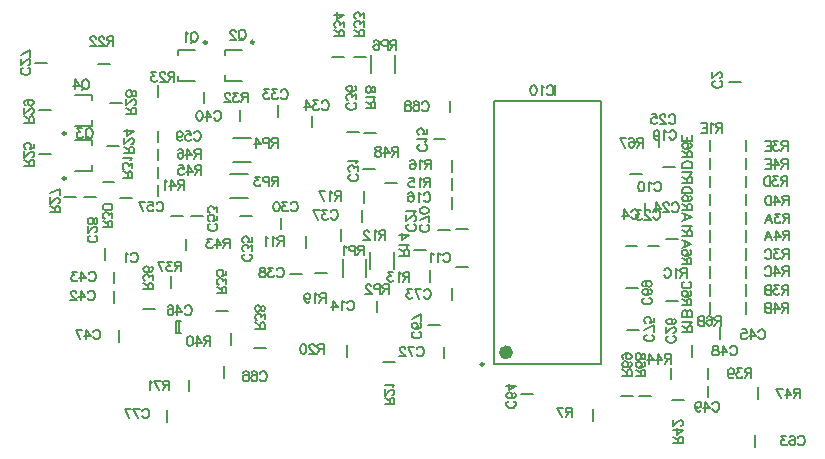
<source format=gbo>
%FSLAX25Y25*%
%MOIN*%
G70*
G01*
G75*
G04 Layer_Color=32896*
%ADD10C,0.02362*%
%ADD11C,0.00984*%
%ADD12C,0.00787*%
%ADD13C,0.00591*%
%ADD14C,0.00800*%
D10*
X309803Y254539D02*
G03*
X309803Y254539I-1181J0D01*
G01*
D11*
X301142Y250504D02*
G03*
X301142Y250504I-492J0D01*
G01*
X224618Y357927D02*
G03*
X224618Y357927I-492J0D01*
G01*
X208918Y357828D02*
G03*
X208918Y357828I-492J0D01*
G01*
X161866Y327572D02*
G03*
X161866Y327572I-492J0D01*
G01*
Y312573D02*
G03*
X161866Y312573I-492J0D01*
G01*
D12*
X376500Y267231D02*
Y271168D01*
X376500Y273232D02*
Y277168D01*
X376500Y279232D02*
Y283169D01*
X376500Y285231D02*
Y289169D01*
X376500Y291231D02*
Y295168D01*
X376500Y297232D02*
Y301168D01*
X376500Y303532D02*
Y307469D01*
X376500Y309531D02*
Y313469D01*
X376500Y315531D02*
Y319468D01*
X376500Y321532D02*
Y325468D01*
X388500Y321532D02*
Y325468D01*
Y315531D02*
Y319468D01*
Y309531D02*
Y313469D01*
Y303532D02*
Y307469D01*
Y297232D02*
Y301168D01*
Y291231D02*
Y295168D01*
Y285231D02*
Y289169D01*
Y279232D02*
Y283169D01*
Y273232D02*
Y277168D01*
Y267231D02*
Y271168D01*
X380000Y259032D02*
Y262968D01*
X370500Y253031D02*
Y256968D01*
X363500Y245532D02*
Y249468D01*
X364032Y238500D02*
X367969D01*
X376000Y239531D02*
Y243468D01*
X376000Y245532D02*
Y249468D01*
X392600Y238931D02*
Y242868D01*
X391600Y223031D02*
Y226969D01*
X382995Y344499D02*
X386932D01*
X304685Y250602D02*
X340315D01*
X304685D02*
Y338398D01*
X340315D01*
Y250602D02*
Y338398D01*
X285875Y295402D02*
X289812D01*
X288000Y252532D02*
Y256469D01*
X282531Y263500D02*
X286469D01*
X290500Y272031D02*
Y275969D01*
X283236Y278078D02*
Y282015D01*
X291875Y283001D02*
X295812D01*
X277985Y288720D02*
X281922D01*
X292032Y295500D02*
X295969D01*
X290757Y302485D02*
Y306422D01*
X290772Y308690D02*
Y312627D01*
Y314587D02*
Y318524D01*
X289800Y334531D02*
Y338469D01*
X284476Y325757D02*
X288413D01*
X362078Y271520D02*
X366015D01*
X348532Y276000D02*
X352468D01*
X349031Y262000D02*
X352969D01*
X353031Y240000D02*
X356968D01*
X347031Y240000D02*
X350969D01*
X337696Y231772D02*
Y235709D01*
X313531Y240500D02*
X317469D01*
X253765Y291792D02*
Y295729D01*
X260500Y298031D02*
Y301969D01*
X261272Y304485D02*
Y308422D01*
X261032Y315500D02*
X264968D01*
X261271Y327772D02*
X265208D01*
X255532Y328000D02*
X259469D01*
X258032Y353000D02*
X261968D01*
X250532D02*
X254468D01*
X244000Y329532D02*
Y333469D01*
X232500Y333032D02*
Y336968D01*
X214874Y353597D02*
Y355368D01*
X220681D01*
X214874Y345132D02*
Y346904D01*
Y345132D02*
X220681D01*
X199174Y345032D02*
X204981D01*
X199174D02*
Y346804D01*
Y355269D02*
X204981D01*
X199174Y353497D02*
Y355269D01*
X208000Y337531D02*
Y341469D01*
X220000Y331532D02*
Y335469D01*
X220031Y300000D02*
X223969D01*
X233500Y295532D02*
Y299468D01*
X241820Y289393D02*
Y293330D01*
X244955Y281001D02*
X248892D01*
X236531Y280500D02*
X240469D01*
X265743Y267873D02*
Y271810D01*
X267760Y251304D02*
X271697D01*
X255765Y253090D02*
Y257027D01*
X214500Y246031D02*
Y249969D01*
X217000Y257031D02*
Y260968D01*
X224532Y256000D02*
X228468D01*
X199461Y261032D02*
Y264968D01*
X198713Y261032D02*
Y264968D01*
X200287D01*
X198713Y261032D02*
X200287D01*
X195600Y231432D02*
Y235368D01*
X203000Y241531D02*
Y245468D01*
X212032Y268300D02*
X215968D01*
X187531Y269000D02*
X191469D01*
X179500Y258032D02*
Y261968D01*
X178000Y271031D02*
Y274969D01*
Y277532D02*
Y281469D01*
X175098Y285465D02*
Y289402D01*
X180032Y305900D02*
X183968D01*
X197000Y276031D02*
Y279969D01*
X202000Y288531D02*
Y292469D01*
X203532Y300000D02*
X207469D01*
X192500Y306532D02*
Y310469D01*
X192500Y312531D02*
Y316469D01*
Y318531D02*
Y322468D01*
X192500Y324532D02*
Y328468D01*
X192700Y339632D02*
Y343568D01*
X152931Y335200D02*
X156869D01*
X170626Y330132D02*
Y331903D01*
X164819Y330132D02*
X170626D01*
Y338596D02*
Y340368D01*
X164819D02*
X170626D01*
X152931Y320700D02*
X156869D01*
X170626Y315131D02*
Y316903D01*
X164819Y315131D02*
X170626D01*
Y323596D02*
Y325368D01*
X164819D02*
X170626D01*
X161432Y306200D02*
X165368D01*
X167931Y306200D02*
X171869D01*
X174132Y311300D02*
X178068D01*
X175631Y323300D02*
X179569D01*
X176631Y337800D02*
X180569D01*
X172632Y350800D02*
X176568D01*
X151732Y351100D02*
X155668D01*
X197031Y300000D02*
X200969D01*
X361087Y316440D02*
X365024D01*
X359658Y322883D02*
Y326820D01*
X348465Y290001D02*
X352402D01*
X354940Y300373D02*
Y304310D01*
X355792Y289842D02*
X359729D01*
X361976Y292284D02*
X365913D01*
X350031Y314000D02*
X353969D01*
X268431Y311000D02*
X272369D01*
D13*
X271456Y347598D02*
Y353504D01*
X263582Y347598D02*
Y353504D01*
X216694Y313991D02*
X222600D01*
X216694Y306117D02*
X222600D01*
X217595Y318082D02*
X223501D01*
X217595Y325956D02*
X223501D01*
X271189Y282181D02*
Y288086D01*
X263315Y282181D02*
Y288086D01*
X261991Y279598D02*
Y285504D01*
X254117Y279598D02*
Y285504D01*
D14*
X380200Y266599D02*
Y263400D01*
Y266599D02*
X378829D01*
X378372Y266447D01*
X378220Y266295D01*
X378067Y265990D01*
Y265685D01*
X378220Y265381D01*
X378372Y265228D01*
X378829Y265076D01*
X380200D01*
X379134D02*
X378067Y263400D01*
X375523Y266142D02*
X375675Y266447D01*
X376132Y266599D01*
X376437D01*
X376894Y266447D01*
X377199Y265990D01*
X377351Y265228D01*
Y264466D01*
X377199Y263857D01*
X376894Y263552D01*
X376437Y263400D01*
X376285D01*
X375828Y263552D01*
X375523Y263857D01*
X375371Y264314D01*
Y264466D01*
X375523Y264924D01*
X375828Y265228D01*
X376285Y265381D01*
X376437D01*
X376894Y265228D01*
X377199Y264924D01*
X377351Y264466D01*
X374670Y266599D02*
Y263400D01*
Y266599D02*
X373299D01*
X372842Y266447D01*
X372689Y266295D01*
X372537Y265990D01*
Y265685D01*
X372689Y265381D01*
X372842Y265228D01*
X373299Y265076D01*
X374670D02*
X373299D01*
X372842Y264924D01*
X372689Y264771D01*
X372537Y264466D01*
Y264009D01*
X372689Y263705D01*
X372842Y263552D01*
X373299Y263400D01*
X374670D01*
X370599Y261200D02*
X367400D01*
X370599D02*
Y262571D01*
X370447Y263028D01*
X370295Y263180D01*
X369990Y263333D01*
X369685D01*
X369380Y263180D01*
X369228Y263028D01*
X369076Y262571D01*
Y261200D01*
Y262266D02*
X367400Y263333D01*
X369990Y264049D02*
X370142Y264354D01*
X370599Y264811D01*
X367400D01*
X370599Y266395D02*
X367400D01*
X370599D02*
Y267766D01*
X370447Y268223D01*
X370295Y268376D01*
X369990Y268528D01*
X369685D01*
X369380Y268376D01*
X369228Y268223D01*
X369076Y267766D01*
Y266395D02*
Y267766D01*
X368923Y268223D01*
X368771Y268376D01*
X368466Y268528D01*
X368009D01*
X367705Y268376D01*
X367552Y268223D01*
X367400Y267766D01*
Y266395D01*
X370399Y270300D02*
X367200D01*
X370399D02*
Y271671D01*
X370247Y272128D01*
X370095Y272281D01*
X369790Y272433D01*
X369485D01*
X369180Y272281D01*
X369028Y272128D01*
X368876Y271671D01*
Y270300D01*
Y271366D02*
X367200Y272433D01*
X369942Y274977D02*
X370247Y274825D01*
X370399Y274368D01*
Y274063D01*
X370247Y273606D01*
X369790Y273301D01*
X369028Y273149D01*
X368266D01*
X367657Y273301D01*
X367352Y273606D01*
X367200Y274063D01*
Y274215D01*
X367352Y274672D01*
X367657Y274977D01*
X368114Y275129D01*
X368266D01*
X368724Y274977D01*
X369028Y274672D01*
X369180Y274215D01*
Y274063D01*
X369028Y273606D01*
X368724Y273301D01*
X368266Y273149D01*
X369638Y278116D02*
X369942Y277963D01*
X370247Y277658D01*
X370399Y277354D01*
Y276744D01*
X370247Y276440D01*
X369942Y276135D01*
X369638Y275983D01*
X369180Y275830D01*
X368419D01*
X367962Y275983D01*
X367657Y276135D01*
X367352Y276440D01*
X367200Y276744D01*
Y277354D01*
X367352Y277658D01*
X367657Y277963D01*
X367962Y278116D01*
X368800Y282599D02*
Y279400D01*
Y282599D02*
X367429D01*
X366972Y282447D01*
X366820Y282295D01*
X366667Y281990D01*
Y281685D01*
X366820Y281381D01*
X366972Y281228D01*
X367429Y281076D01*
X368800D01*
X367734D02*
X366667Y279400D01*
X365951Y281990D02*
X365646Y282142D01*
X365189Y282599D01*
Y279400D01*
X361320Y281838D02*
X361472Y282142D01*
X361777Y282447D01*
X362081Y282599D01*
X362691D01*
X362996Y282447D01*
X363300Y282142D01*
X363453Y281838D01*
X363605Y281381D01*
Y280619D01*
X363453Y280162D01*
X363300Y279857D01*
X362996Y279552D01*
X362691Y279400D01*
X362081D01*
X361777Y279552D01*
X361472Y279857D01*
X361320Y280162D01*
X370399Y283900D02*
X367200D01*
X370399D02*
Y285271D01*
X370247Y285728D01*
X370095Y285880D01*
X369790Y286033D01*
X369485D01*
X369180Y285880D01*
X369028Y285728D01*
X368876Y285271D01*
Y283900D01*
Y284966D02*
X367200Y286033D01*
X369942Y288577D02*
X370247Y288425D01*
X370399Y287968D01*
Y287663D01*
X370247Y287206D01*
X369790Y286901D01*
X369028Y286749D01*
X368266D01*
X367657Y286901D01*
X367352Y287206D01*
X367200Y287663D01*
Y287815D01*
X367352Y288272D01*
X367657Y288577D01*
X368114Y288729D01*
X368266D01*
X368724Y288577D01*
X369028Y288272D01*
X369180Y287815D01*
Y287663D01*
X369028Y287206D01*
X368724Y286901D01*
X368266Y286749D01*
X367200Y291868D02*
X370399Y290649D01*
X367200Y289430D01*
X368266Y289887D02*
Y291411D01*
X370499Y293200D02*
X367300D01*
X370499D02*
Y294571D01*
X370347Y295028D01*
X370195Y295181D01*
X369890Y295333D01*
X369585D01*
X369281Y295181D01*
X369128Y295028D01*
X368976Y294571D01*
Y293200D01*
Y294266D02*
X367300Y295333D01*
X369890Y296049D02*
X370042Y296354D01*
X370499Y296811D01*
X367300D01*
Y300833D02*
X370499Y299614D01*
X367300Y298395D01*
X368366Y298852D02*
Y300376D01*
X370499Y302000D02*
X367300D01*
X370499D02*
Y303371D01*
X370347Y303828D01*
X370195Y303980D01*
X369890Y304133D01*
X369585D01*
X369281Y303980D01*
X369128Y303828D01*
X368976Y303371D01*
Y302000D01*
Y303066D02*
X367300Y304133D01*
X370042Y306677D02*
X370347Y306525D01*
X370499Y306068D01*
Y305763D01*
X370347Y305306D01*
X369890Y305001D01*
X369128Y304849D01*
X368366D01*
X367757Y305001D01*
X367452Y305306D01*
X367300Y305763D01*
Y305915D01*
X367452Y306372D01*
X367757Y306677D01*
X368214Y306829D01*
X368366D01*
X368824Y306677D01*
X369128Y306372D01*
X369281Y305915D01*
Y305763D01*
X369128Y305306D01*
X368824Y305001D01*
X368366Y304849D01*
X370499Y307530D02*
X367300D01*
X370499D02*
Y308597D01*
X370347Y309054D01*
X370042Y309358D01*
X369738Y309511D01*
X369281Y309663D01*
X368519D01*
X368062Y309511D01*
X367757Y309358D01*
X367452Y309054D01*
X367300Y308597D01*
Y307530D01*
X370599Y310900D02*
X367400D01*
X370599D02*
Y312271D01*
X370447Y312728D01*
X370295Y312880D01*
X369990Y313033D01*
X369685D01*
X369380Y312880D01*
X369228Y312728D01*
X369076Y312271D01*
Y310900D01*
Y311966D02*
X367400Y313033D01*
X369990Y313749D02*
X370142Y314054D01*
X370599Y314511D01*
X367400D01*
X370599Y316095D02*
X367400D01*
X370599D02*
Y317161D01*
X370447Y317619D01*
X370142Y317923D01*
X369838Y318076D01*
X369380Y318228D01*
X368619D01*
X368162Y318076D01*
X367857Y317923D01*
X367552Y317619D01*
X367400Y317161D01*
Y316095D01*
X370499Y319600D02*
X367300D01*
X370499D02*
Y320971D01*
X370347Y321428D01*
X370195Y321581D01*
X369890Y321733D01*
X369585D01*
X369281Y321581D01*
X369128Y321428D01*
X368976Y320971D01*
Y319600D01*
Y320666D02*
X367300Y321733D01*
X370042Y324277D02*
X370347Y324125D01*
X370499Y323668D01*
Y323363D01*
X370347Y322906D01*
X369890Y322601D01*
X369128Y322449D01*
X368366D01*
X367757Y322601D01*
X367452Y322906D01*
X367300Y323363D01*
Y323515D01*
X367452Y323972D01*
X367757Y324277D01*
X368214Y324429D01*
X368366D01*
X368824Y324277D01*
X369128Y323972D01*
X369281Y323515D01*
Y323363D01*
X369128Y322906D01*
X368824Y322601D01*
X368366Y322449D01*
X370499Y327111D02*
Y325130D01*
X367300D01*
Y327111D01*
X368976Y325130D02*
Y326349D01*
X380700Y330999D02*
Y327800D01*
Y330999D02*
X379329D01*
X378872Y330847D01*
X378719Y330695D01*
X378567Y330390D01*
Y330085D01*
X378719Y329781D01*
X378872Y329628D01*
X379329Y329476D01*
X380700D01*
X379634D02*
X378567Y327800D01*
X377851Y330390D02*
X377546Y330542D01*
X377089Y330999D01*
Y327800D01*
X373524Y330999D02*
X375505D01*
Y327800D01*
X373524D01*
X375505Y329476D02*
X374286D01*
X402500Y324999D02*
Y321800D01*
Y324999D02*
X401129D01*
X400672Y324847D01*
X400520Y324695D01*
X400367Y324390D01*
Y324085D01*
X400520Y323780D01*
X400672Y323628D01*
X401129Y323476D01*
X402500D01*
X401434D02*
X400367Y321800D01*
X399346Y324999D02*
X397671D01*
X398585Y323780D01*
X398128D01*
X397823Y323628D01*
X397671Y323476D01*
X397518Y323019D01*
Y322714D01*
X397671Y322257D01*
X397975Y321952D01*
X398432Y321800D01*
X398889D01*
X399346Y321952D01*
X399499Y322105D01*
X399651Y322409D01*
X394822Y324999D02*
X396802D01*
Y321800D01*
X394822D01*
X396802Y323476D02*
X395583D01*
X402500Y318999D02*
Y315800D01*
Y318999D02*
X401129D01*
X400672Y318847D01*
X400520Y318695D01*
X400367Y318390D01*
Y318085D01*
X400520Y317780D01*
X400672Y317628D01*
X401129Y317476D01*
X402500D01*
X401434D02*
X400367Y315800D01*
X398128Y318999D02*
X399651Y316866D01*
X397366D01*
X398128Y318999D02*
Y315800D01*
X394822Y318999D02*
X396802D01*
Y315800D01*
X394822D01*
X396802Y317476D02*
X395583D01*
X402400Y313199D02*
Y310000D01*
Y313199D02*
X401029D01*
X400572Y313047D01*
X400420Y312895D01*
X400267Y312590D01*
Y312285D01*
X400420Y311981D01*
X400572Y311828D01*
X401029Y311676D01*
X402400D01*
X401334D02*
X400267Y310000D01*
X399246Y313199D02*
X397571D01*
X398485Y311981D01*
X398028D01*
X397723Y311828D01*
X397571Y311676D01*
X397418Y311219D01*
Y310914D01*
X397571Y310457D01*
X397875Y310152D01*
X398332Y310000D01*
X398789D01*
X399246Y310152D01*
X399399Y310305D01*
X399551Y310609D01*
X396702Y313199D02*
Y310000D01*
Y313199D02*
X395636D01*
X395179Y313047D01*
X394874Y312742D01*
X394722Y312438D01*
X394569Y311981D01*
Y311219D01*
X394722Y310762D01*
X394874Y310457D01*
X395179Y310152D01*
X395636Y310000D01*
X396702D01*
X402800Y306799D02*
Y303600D01*
Y306799D02*
X401429D01*
X400972Y306647D01*
X400819Y306495D01*
X400667Y306190D01*
Y305885D01*
X400819Y305580D01*
X400972Y305428D01*
X401429Y305276D01*
X402800D01*
X401734D02*
X400667Y303600D01*
X398428Y306799D02*
X399951Y304666D01*
X397666D01*
X398428Y306799D02*
Y303600D01*
X397102Y306799D02*
Y303600D01*
Y306799D02*
X396036D01*
X395579Y306647D01*
X395274Y306342D01*
X395122Y306038D01*
X394969Y305580D01*
Y304819D01*
X395122Y304362D01*
X395274Y304057D01*
X395579Y303752D01*
X396036Y303600D01*
X397102D01*
X403100Y300799D02*
Y297600D01*
Y300799D02*
X401729D01*
X401272Y300647D01*
X401120Y300495D01*
X400967Y300190D01*
Y299885D01*
X401120Y299581D01*
X401272Y299428D01*
X401729Y299276D01*
X403100D01*
X402034D02*
X400967Y297600D01*
X399946Y300799D02*
X398271D01*
X399185Y299581D01*
X398728D01*
X398423Y299428D01*
X398271Y299276D01*
X398118Y298819D01*
Y298514D01*
X398271Y298057D01*
X398575Y297752D01*
X399032Y297600D01*
X399489D01*
X399946Y297752D01*
X400099Y297905D01*
X400251Y298209D01*
X394965Y297600D02*
X396183Y300799D01*
X397402Y297600D01*
X396945Y298666D02*
X395422D01*
X403000Y295099D02*
Y291900D01*
Y295099D02*
X401629D01*
X401172Y294947D01*
X401019Y294795D01*
X400867Y294490D01*
Y294185D01*
X401019Y293881D01*
X401172Y293728D01*
X401629Y293576D01*
X403000D01*
X401934D02*
X400867Y291900D01*
X398628Y295099D02*
X400151Y292966D01*
X397866D01*
X398628Y295099D02*
Y291900D01*
X394865D02*
X396083Y295099D01*
X397302Y291900D01*
X396845Y292966D02*
X395322D01*
X402800Y288899D02*
Y285700D01*
Y288899D02*
X401429D01*
X400972Y288747D01*
X400819Y288595D01*
X400667Y288290D01*
Y287985D01*
X400819Y287681D01*
X400972Y287528D01*
X401429Y287376D01*
X402800D01*
X401734D02*
X400667Y285700D01*
X399646Y288899D02*
X397971D01*
X398885Y287681D01*
X398428D01*
X398123Y287528D01*
X397971Y287376D01*
X397818Y286919D01*
Y286614D01*
X397971Y286157D01*
X398275Y285852D01*
X398732Y285700D01*
X399189D01*
X399646Y285852D01*
X399799Y286005D01*
X399951Y286309D01*
X394817Y288138D02*
X394969Y288442D01*
X395274Y288747D01*
X395579Y288899D01*
X396188D01*
X396493Y288747D01*
X396797Y288442D01*
X396950Y288138D01*
X397102Y287681D01*
Y286919D01*
X396950Y286462D01*
X396797Y286157D01*
X396493Y285852D01*
X396188Y285700D01*
X395579D01*
X395274Y285852D01*
X394969Y286157D01*
X394817Y286462D01*
X402800Y283199D02*
Y280000D01*
Y283199D02*
X401429D01*
X400972Y283047D01*
X400819Y282895D01*
X400667Y282590D01*
Y282285D01*
X400819Y281980D01*
X400972Y281828D01*
X401429Y281676D01*
X402800D01*
X401734D02*
X400667Y280000D01*
X398428Y283199D02*
X399951Y281066D01*
X397666D01*
X398428Y283199D02*
Y280000D01*
X394817Y282438D02*
X394969Y282742D01*
X395274Y283047D01*
X395579Y283199D01*
X396188D01*
X396493Y283047D01*
X396797Y282742D01*
X396950Y282438D01*
X397102Y281980D01*
Y281219D01*
X396950Y280762D01*
X396797Y280457D01*
X396493Y280152D01*
X396188Y280000D01*
X395579D01*
X395274Y280152D01*
X394969Y280457D01*
X394817Y280762D01*
X402700Y276899D02*
Y273700D01*
Y276899D02*
X401329D01*
X400872Y276747D01*
X400719Y276595D01*
X400567Y276290D01*
Y275985D01*
X400719Y275680D01*
X400872Y275528D01*
X401329Y275376D01*
X402700D01*
X401634D02*
X400567Y273700D01*
X399546Y276899D02*
X397871D01*
X398785Y275680D01*
X398328D01*
X398023Y275528D01*
X397871Y275376D01*
X397718Y274919D01*
Y274614D01*
X397871Y274157D01*
X398175Y273852D01*
X398632Y273700D01*
X399089D01*
X399546Y273852D01*
X399699Y274005D01*
X399851Y274309D01*
X397002Y276899D02*
Y273700D01*
Y276899D02*
X395631D01*
X395174Y276747D01*
X395022Y276595D01*
X394869Y276290D01*
Y275985D01*
X395022Y275680D01*
X395174Y275528D01*
X395631Y275376D01*
X397002D02*
X395631D01*
X395174Y275223D01*
X395022Y275071D01*
X394869Y274766D01*
Y274309D01*
X395022Y274005D01*
X395174Y273852D01*
X395631Y273700D01*
X397002D01*
X402700Y270999D02*
Y267800D01*
Y270999D02*
X401329D01*
X400872Y270847D01*
X400719Y270695D01*
X400567Y270390D01*
Y270085D01*
X400719Y269780D01*
X400872Y269628D01*
X401329Y269476D01*
X402700D01*
X401634D02*
X400567Y267800D01*
X398328Y270999D02*
X399851Y268866D01*
X397566D01*
X398328Y270999D02*
Y267800D01*
X397002Y270999D02*
Y267800D01*
Y270999D02*
X395631D01*
X395174Y270847D01*
X395022Y270695D01*
X394869Y270390D01*
Y270085D01*
X395022Y269780D01*
X395174Y269628D01*
X395631Y269476D01*
X397002D02*
X395631D01*
X395174Y269323D01*
X395022Y269171D01*
X394869Y268866D01*
Y268409D01*
X395022Y268105D01*
X395174Y267952D01*
X395631Y267800D01*
X397002D01*
X392715Y261438D02*
X392867Y261742D01*
X393172Y262047D01*
X393477Y262199D01*
X394086D01*
X394391Y262047D01*
X394695Y261742D01*
X394848Y261438D01*
X395000Y260981D01*
Y260219D01*
X394848Y259762D01*
X394695Y259457D01*
X394391Y259152D01*
X394086Y259000D01*
X393477D01*
X393172Y259152D01*
X392867Y259457D01*
X392715Y259762D01*
X390292Y262199D02*
X391816Y260066D01*
X389531D01*
X390292Y262199D02*
Y259000D01*
X387139Y262199D02*
X388662D01*
X388815Y260828D01*
X388662Y260981D01*
X388205Y261133D01*
X387748D01*
X387291Y260981D01*
X386986Y260676D01*
X386834Y260219D01*
Y259914D01*
X386986Y259457D01*
X387291Y259152D01*
X387748Y259000D01*
X388205D01*
X388662Y259152D01*
X388815Y259305D01*
X388967Y259609D01*
X383315Y255938D02*
X383467Y256242D01*
X383772Y256547D01*
X384076Y256699D01*
X384686D01*
X384991Y256547D01*
X385295Y256242D01*
X385448Y255938D01*
X385600Y255481D01*
Y254719D01*
X385448Y254262D01*
X385295Y253957D01*
X384991Y253652D01*
X384686Y253500D01*
X384076D01*
X383772Y253652D01*
X383467Y253957D01*
X383315Y254262D01*
X380892Y256699D02*
X382416Y254566D01*
X380131D01*
X380892Y256699D02*
Y253500D01*
X378805Y256699D02*
X379262Y256547D01*
X379415Y256242D01*
Y255938D01*
X379262Y255633D01*
X378958Y255481D01*
X378348Y255328D01*
X377891Y255176D01*
X377587Y254871D01*
X377434Y254566D01*
Y254109D01*
X377587Y253805D01*
X377739Y253652D01*
X378196Y253500D01*
X378805D01*
X379262Y253652D01*
X379415Y253805D01*
X379567Y254109D01*
Y254566D01*
X379415Y254871D01*
X379110Y255176D01*
X378653Y255328D01*
X378044Y255481D01*
X377739Y255633D01*
X377587Y255938D01*
Y256242D01*
X377739Y256547D01*
X378196Y256699D01*
X378805D01*
X363600Y253999D02*
Y250800D01*
Y253999D02*
X362229D01*
X361772Y253847D01*
X361619Y253695D01*
X361467Y253390D01*
Y253085D01*
X361619Y252781D01*
X361772Y252628D01*
X362229Y252476D01*
X363600D01*
X362534D02*
X361467Y250800D01*
X359228Y253999D02*
X360751Y251866D01*
X358466D01*
X359228Y253999D02*
Y250800D01*
X356379Y253999D02*
X357902Y251866D01*
X355617D01*
X356379Y253999D02*
Y250800D01*
X367599Y224300D02*
X364400D01*
X367599D02*
Y225671D01*
X367447Y226128D01*
X367295Y226280D01*
X366990Y226433D01*
X366685D01*
X366381Y226280D01*
X366228Y226128D01*
X366076Y225671D01*
Y224300D01*
Y225366D02*
X364400Y226433D01*
X367599Y228672D02*
X365466Y227149D01*
Y229434D01*
X367599Y228672D02*
X364400D01*
X366838Y230150D02*
X366990D01*
X367295Y230303D01*
X367447Y230455D01*
X367599Y230760D01*
Y231369D01*
X367447Y231674D01*
X367295Y231826D01*
X366990Y231978D01*
X366685D01*
X366381Y231826D01*
X365924Y231521D01*
X364400Y229998D01*
Y232131D01*
X377415Y237238D02*
X377567Y237542D01*
X377872Y237847D01*
X378176Y237999D01*
X378786D01*
X379091Y237847D01*
X379395Y237542D01*
X379548Y237238D01*
X379700Y236781D01*
Y236019D01*
X379548Y235562D01*
X379395Y235257D01*
X379091Y234952D01*
X378786Y234800D01*
X378176D01*
X377872Y234952D01*
X377567Y235257D01*
X377415Y235562D01*
X374992Y237999D02*
X376516Y235866D01*
X374231D01*
X374992Y237999D02*
Y234800D01*
X371687Y236933D02*
X371839Y236476D01*
X372144Y236171D01*
X372601Y236019D01*
X372753D01*
X373210Y236171D01*
X373515Y236476D01*
X373667Y236933D01*
Y237085D01*
X373515Y237542D01*
X373210Y237847D01*
X372753Y237999D01*
X372601D01*
X372144Y237847D01*
X371839Y237542D01*
X371687Y236933D01*
Y236171D01*
X371839Y235409D01*
X372144Y234952D01*
X372601Y234800D01*
X372905D01*
X373362Y234952D01*
X373515Y235257D01*
X390300Y249199D02*
Y246000D01*
Y249199D02*
X388929D01*
X388472Y249047D01*
X388319Y248895D01*
X388167Y248590D01*
Y248285D01*
X388319Y247980D01*
X388472Y247828D01*
X388929Y247676D01*
X390300D01*
X389234D02*
X388167Y246000D01*
X387146Y249199D02*
X385471D01*
X386385Y247980D01*
X385928D01*
X385623Y247828D01*
X385471Y247676D01*
X385318Y247219D01*
Y246914D01*
X385471Y246457D01*
X385775Y246152D01*
X386232Y246000D01*
X386689D01*
X387146Y246152D01*
X387299Y246305D01*
X387451Y246609D01*
X382622Y248133D02*
X382774Y247676D01*
X383079Y247371D01*
X383536Y247219D01*
X383688D01*
X384145Y247371D01*
X384450Y247676D01*
X384602Y248133D01*
Y248285D01*
X384450Y248742D01*
X384145Y249047D01*
X383688Y249199D01*
X383536D01*
X383079Y249047D01*
X382774Y248742D01*
X382622Y248133D01*
Y247371D01*
X382774Y246609D01*
X383079Y246152D01*
X383536Y246000D01*
X383840D01*
X384297Y246152D01*
X384450Y246457D01*
X406600Y242399D02*
Y239200D01*
Y242399D02*
X405229D01*
X404772Y242247D01*
X404620Y242095D01*
X404467Y241790D01*
Y241485D01*
X404620Y241180D01*
X404772Y241028D01*
X405229Y240876D01*
X406600D01*
X405534D02*
X404467Y239200D01*
X402228Y242399D02*
X403751Y240266D01*
X401466D01*
X402228Y242399D02*
Y239200D01*
X398769Y242399D02*
X400293Y239200D01*
X400902Y242399D02*
X398769D01*
X405915Y225938D02*
X406067Y226242D01*
X406372Y226547D01*
X406676Y226699D01*
X407286D01*
X407591Y226547D01*
X407895Y226242D01*
X408048Y225938D01*
X408200Y225481D01*
Y224719D01*
X408048Y224262D01*
X407895Y223957D01*
X407591Y223652D01*
X407286Y223500D01*
X406676D01*
X406372Y223652D01*
X406067Y223957D01*
X405915Y224262D01*
X403188Y226242D02*
X403340Y226547D01*
X403797Y226699D01*
X404102D01*
X404559Y226547D01*
X404864Y226090D01*
X405016Y225328D01*
Y224566D01*
X404864Y223957D01*
X404559Y223652D01*
X404102Y223500D01*
X403949D01*
X403492Y223652D01*
X403188Y223957D01*
X403035Y224414D01*
Y224566D01*
X403188Y225024D01*
X403492Y225328D01*
X403949Y225481D01*
X404102D01*
X404559Y225328D01*
X404864Y225024D01*
X405016Y224566D01*
X402030Y226699D02*
X400354D01*
X401268Y225481D01*
X400811D01*
X400506Y225328D01*
X400354Y225176D01*
X400202Y224719D01*
Y224414D01*
X400354Y223957D01*
X400659Y223652D01*
X401116Y223500D01*
X401573D01*
X402030Y223652D01*
X402182Y223805D01*
X402335Y224109D01*
X379838Y344985D02*
X380142Y344833D01*
X380447Y344528D01*
X380599Y344223D01*
Y343614D01*
X380447Y343309D01*
X380142Y343005D01*
X379838Y342852D01*
X379380Y342700D01*
X378619D01*
X378162Y342852D01*
X377857Y343005D01*
X377552Y343309D01*
X377400Y343614D01*
Y344223D01*
X377552Y344528D01*
X377857Y344833D01*
X378162Y344985D01*
X379838Y346036D02*
X379990D01*
X380295Y346189D01*
X380447Y346341D01*
X380599Y346646D01*
Y347255D01*
X380447Y347560D01*
X380295Y347712D01*
X379990Y347865D01*
X379685D01*
X379380Y347712D01*
X378924Y347408D01*
X377400Y345884D01*
Y348017D01*
X325100Y343499D02*
Y340300D01*
X322145Y342738D02*
X322297Y343042D01*
X322602Y343347D01*
X322906Y343499D01*
X323516D01*
X323820Y343347D01*
X324125Y343042D01*
X324277Y342738D01*
X324430Y342281D01*
Y341519D01*
X324277Y341062D01*
X324125Y340757D01*
X323820Y340452D01*
X323516Y340300D01*
X322906D01*
X322602Y340452D01*
X322297Y340757D01*
X322145Y341062D01*
X321246Y342890D02*
X320941Y343042D01*
X320484Y343499D01*
Y340300D01*
X317985Y343499D02*
X318442Y343347D01*
X318747Y342890D01*
X318899Y342128D01*
Y341671D01*
X318747Y340909D01*
X318442Y340452D01*
X317985Y340300D01*
X317681D01*
X317224Y340452D01*
X316919Y340909D01*
X316767Y341671D01*
Y342128D01*
X316919Y342890D01*
X317224Y343347D01*
X317681Y343499D01*
X317985D01*
X277838Y297285D02*
X278142Y297133D01*
X278447Y296828D01*
X278599Y296523D01*
Y295914D01*
X278447Y295609D01*
X278142Y295305D01*
X277838Y295152D01*
X277380Y295000D01*
X276619D01*
X276162Y295152D01*
X275857Y295305D01*
X275552Y295609D01*
X275400Y295914D01*
Y296523D01*
X275552Y296828D01*
X275857Y297133D01*
X276162Y297285D01*
X277838Y298336D02*
X277990D01*
X278295Y298489D01*
X278447Y298641D01*
X278599Y298946D01*
Y299555D01*
X278447Y299860D01*
X278295Y300012D01*
X277990Y300165D01*
X277685D01*
X277380Y300012D01*
X276923Y299708D01*
X275400Y298184D01*
Y300317D01*
X277990Y301033D02*
X278142Y301338D01*
X278599Y301795D01*
X275400D01*
X278915Y255638D02*
X279067Y255942D01*
X279372Y256247D01*
X279677Y256399D01*
X280286D01*
X280591Y256247D01*
X280895Y255942D01*
X281048Y255638D01*
X281200Y255181D01*
Y254419D01*
X281048Y253962D01*
X280895Y253657D01*
X280591Y253352D01*
X280286Y253200D01*
X279677D01*
X279372Y253352D01*
X279067Y253657D01*
X278915Y253962D01*
X275883Y256399D02*
X277407Y253200D01*
X278016Y256399D02*
X275883D01*
X275015Y255638D02*
Y255790D01*
X274862Y256095D01*
X274710Y256247D01*
X274405Y256399D01*
X273796D01*
X273491Y256247D01*
X273339Y256095D01*
X273186Y255790D01*
Y255485D01*
X273339Y255181D01*
X273643Y254724D01*
X275167Y253200D01*
X273034D01*
X279638Y261485D02*
X279942Y261333D01*
X280247Y261028D01*
X280399Y260723D01*
Y260114D01*
X280247Y259809D01*
X279942Y259505D01*
X279638Y259352D01*
X279181Y259200D01*
X278419D01*
X277962Y259352D01*
X277657Y259505D01*
X277352Y259809D01*
X277200Y260114D01*
Y260723D01*
X277352Y261028D01*
X277657Y261333D01*
X277962Y261485D01*
X279942Y264212D02*
X280247Y264060D01*
X280399Y263603D01*
Y263298D01*
X280247Y262841D01*
X279790Y262536D01*
X279028Y262384D01*
X278266D01*
X277657Y262536D01*
X277352Y262841D01*
X277200Y263298D01*
Y263451D01*
X277352Y263908D01*
X277657Y264212D01*
X278114Y264365D01*
X278266D01*
X278724Y264212D01*
X279028Y263908D01*
X279181Y263451D01*
Y263298D01*
X279028Y262841D01*
X278724Y262536D01*
X278266Y262384D01*
X280399Y267198D02*
X277200Y265675D01*
X280399Y265065D02*
Y267198D01*
X281215Y274838D02*
X281367Y275142D01*
X281672Y275447D01*
X281977Y275599D01*
X282586D01*
X282891Y275447D01*
X283195Y275142D01*
X283348Y274838D01*
X283500Y274380D01*
Y273619D01*
X283348Y273162D01*
X283195Y272857D01*
X282891Y272552D01*
X282586Y272400D01*
X281977D01*
X281672Y272552D01*
X281367Y272857D01*
X281215Y273162D01*
X278183Y275599D02*
X279707Y272400D01*
X280316Y275599D02*
X278183D01*
X277162D02*
X275486D01*
X276401Y274380D01*
X275943D01*
X275639Y274228D01*
X275486Y274076D01*
X275334Y273619D01*
Y273314D01*
X275486Y272857D01*
X275791Y272552D01*
X276248Y272400D01*
X276705D01*
X277162Y272552D01*
X277315Y272705D01*
X277467Y273009D01*
X276400Y281299D02*
Y278100D01*
Y281299D02*
X275029D01*
X274572Y281147D01*
X274419Y280995D01*
X274267Y280690D01*
Y280385D01*
X274419Y280081D01*
X274572Y279928D01*
X275029Y279776D01*
X276400D01*
X275334D02*
X274267Y278100D01*
X273551Y280690D02*
X273246Y280842D01*
X272789Y281299D01*
Y278100D01*
X270900Y281299D02*
X269224D01*
X270139Y280081D01*
X269681D01*
X269377Y279928D01*
X269224Y279776D01*
X269072Y279319D01*
Y279014D01*
X269224Y278557D01*
X269529Y278252D01*
X269986Y278100D01*
X270443D01*
X270900Y278252D01*
X271053Y278405D01*
X271205Y278709D01*
X287715Y286938D02*
X287867Y287242D01*
X288172Y287547D01*
X288476Y287699D01*
X289086D01*
X289391Y287547D01*
X289695Y287242D01*
X289848Y286938D01*
X290000Y286480D01*
Y285719D01*
X289848Y285262D01*
X289695Y284957D01*
X289391Y284652D01*
X289086Y284500D01*
X288476D01*
X288172Y284652D01*
X287867Y284957D01*
X287715Y285262D01*
X286816Y287090D02*
X286511Y287242D01*
X286054Y287699D01*
Y284500D01*
X284470Y287090D02*
X284165Y287242D01*
X283708Y287699D01*
Y284500D01*
X276199Y286800D02*
X273000D01*
X276199D02*
Y288171D01*
X276047Y288628D01*
X275895Y288780D01*
X275590Y288933D01*
X275285D01*
X274980Y288780D01*
X274828Y288628D01*
X274676Y288171D01*
Y286800D01*
Y287866D02*
X273000Y288933D01*
X275590Y289649D02*
X275742Y289954D01*
X276199Y290411D01*
X273000D01*
X276199Y293519D02*
X274066Y291995D01*
Y294280D01*
X276199Y293519D02*
X273000D01*
X282238Y296985D02*
X282542Y296833D01*
X282847Y296528D01*
X282999Y296223D01*
Y295614D01*
X282847Y295309D01*
X282542Y295005D01*
X282238Y294852D01*
X281781Y294700D01*
X281019D01*
X280562Y294852D01*
X280257Y295005D01*
X279952Y295309D01*
X279800Y295614D01*
Y296223D01*
X279952Y296528D01*
X280257Y296833D01*
X280562Y296985D01*
X282999Y300017D02*
X279800Y298494D01*
X282999Y297884D02*
Y300017D01*
Y301647D02*
X282847Y301190D01*
X282390Y300885D01*
X281628Y300733D01*
X281171D01*
X280409Y300885D01*
X279952Y301190D01*
X279800Y301647D01*
Y301952D01*
X279952Y302409D01*
X280409Y302713D01*
X281171Y302866D01*
X281628D01*
X282390Y302713D01*
X282847Y302409D01*
X282999Y301952D01*
Y301647D01*
X281115Y307138D02*
X281267Y307442D01*
X281572Y307747D01*
X281876Y307899D01*
X282486D01*
X282791Y307747D01*
X283095Y307442D01*
X283248Y307138D01*
X283400Y306680D01*
Y305919D01*
X283248Y305462D01*
X283095Y305157D01*
X282791Y304852D01*
X282486Y304700D01*
X281876D01*
X281572Y304852D01*
X281267Y305157D01*
X281115Y305462D01*
X280216Y307290D02*
X279911Y307442D01*
X279454Y307899D01*
Y304700D01*
X276042Y307442D02*
X276194Y307747D01*
X276651Y307899D01*
X276956D01*
X277413Y307747D01*
X277717Y307290D01*
X277870Y306528D01*
Y305766D01*
X277717Y305157D01*
X277413Y304852D01*
X276956Y304700D01*
X276803D01*
X276346Y304852D01*
X276042Y305157D01*
X275889Y305614D01*
Y305766D01*
X276042Y306224D01*
X276346Y306528D01*
X276803Y306680D01*
X276956D01*
X277413Y306528D01*
X277717Y306224D01*
X277870Y305766D01*
X283400Y312699D02*
Y309500D01*
Y312699D02*
X282029D01*
X281572Y312547D01*
X281419Y312395D01*
X281267Y312090D01*
Y311785D01*
X281419Y311480D01*
X281572Y311328D01*
X282029Y311176D01*
X283400D01*
X282334D02*
X281267Y309500D01*
X280551Y312090D02*
X280246Y312242D01*
X279789Y312699D01*
Y309500D01*
X276377Y312699D02*
X277900D01*
X278053Y311328D01*
X277900Y311480D01*
X277443Y311633D01*
X276986D01*
X276529Y311480D01*
X276224Y311176D01*
X276072Y310719D01*
Y310414D01*
X276224Y309957D01*
X276529Y309652D01*
X276986Y309500D01*
X277443D01*
X277900Y309652D01*
X278053Y309805D01*
X278205Y310109D01*
X283700Y318699D02*
Y315500D01*
Y318699D02*
X282329D01*
X281872Y318547D01*
X281719Y318395D01*
X281567Y318090D01*
Y317785D01*
X281719Y317480D01*
X281872Y317328D01*
X282329Y317176D01*
X283700D01*
X282634D02*
X281567Y315500D01*
X280851Y318090D02*
X280546Y318242D01*
X280089Y318699D01*
Y315500D01*
X276677Y318242D02*
X276829Y318547D01*
X277286Y318699D01*
X277591D01*
X278048Y318547D01*
X278353Y318090D01*
X278505Y317328D01*
Y316566D01*
X278353Y315957D01*
X278048Y315652D01*
X277591Y315500D01*
X277438D01*
X276981Y315652D01*
X276677Y315957D01*
X276524Y316414D01*
Y316566D01*
X276677Y317023D01*
X276981Y317328D01*
X277438Y317480D01*
X277591D01*
X278048Y317328D01*
X278353Y317023D01*
X278505Y316566D01*
X280515Y337438D02*
X280667Y337742D01*
X280972Y338047D01*
X281276Y338199D01*
X281886D01*
X282191Y338047D01*
X282495Y337742D01*
X282648Y337438D01*
X282800Y336981D01*
Y336219D01*
X282648Y335762D01*
X282495Y335457D01*
X282191Y335152D01*
X281886Y335000D01*
X281276D01*
X280972Y335152D01*
X280667Y335457D01*
X280515Y335762D01*
X277788Y337742D02*
X277940Y338047D01*
X278397Y338199D01*
X278702D01*
X279159Y338047D01*
X279464Y337590D01*
X279616Y336828D01*
Y336066D01*
X279464Y335457D01*
X279159Y335152D01*
X278702Y335000D01*
X278550D01*
X278092Y335152D01*
X277788Y335457D01*
X277635Y335914D01*
Y336066D01*
X277788Y336524D01*
X278092Y336828D01*
X278550Y336981D01*
X278702D01*
X279159Y336828D01*
X279464Y336524D01*
X279616Y336066D01*
X276173Y338199D02*
X276630Y338047D01*
X276782Y337742D01*
Y337438D01*
X276630Y337133D01*
X276325Y336981D01*
X275716Y336828D01*
X275259Y336676D01*
X274954Y336371D01*
X274802Y336066D01*
Y335609D01*
X274954Y335305D01*
X275106Y335152D01*
X275564Y335000D01*
X276173D01*
X276630Y335152D01*
X276782Y335305D01*
X276935Y335609D01*
Y336066D01*
X276782Y336371D01*
X276478Y336676D01*
X276021Y336828D01*
X275411Y336981D01*
X275106Y337133D01*
X274954Y337438D01*
Y337742D01*
X275106Y338047D01*
X275564Y338199D01*
X276173D01*
X281538Y323885D02*
X281842Y323733D01*
X282147Y323428D01*
X282299Y323124D01*
Y322514D01*
X282147Y322209D01*
X281842Y321905D01*
X281538Y321752D01*
X281081Y321600D01*
X280319D01*
X279862Y321752D01*
X279557Y321905D01*
X279252Y322209D01*
X279100Y322514D01*
Y323124D01*
X279252Y323428D01*
X279557Y323733D01*
X279862Y323885D01*
X281690Y324784D02*
X281842Y325089D01*
X282299Y325546D01*
X279100D01*
X282299Y328958D02*
Y327435D01*
X280928Y327283D01*
X281081Y327435D01*
X281233Y327892D01*
Y328349D01*
X281081Y328806D01*
X280776Y329111D01*
X280319Y329263D01*
X280014D01*
X279557Y329111D01*
X279252Y328806D01*
X279100Y328349D01*
Y327892D01*
X279252Y327435D01*
X279405Y327283D01*
X279709Y327130D01*
X364438Y260085D02*
X364742Y259933D01*
X365047Y259628D01*
X365199Y259324D01*
Y258714D01*
X365047Y258409D01*
X364742Y258105D01*
X364438Y257952D01*
X363981Y257800D01*
X363219D01*
X362762Y257952D01*
X362457Y258105D01*
X362152Y258409D01*
X362000Y258714D01*
Y259324D01*
X362152Y259628D01*
X362457Y259933D01*
X362762Y260085D01*
X364438Y261136D02*
X364590D01*
X364895Y261289D01*
X365047Y261441D01*
X365199Y261746D01*
Y262355D01*
X365047Y262660D01*
X364895Y262812D01*
X364590Y262965D01*
X364285D01*
X363981Y262812D01*
X363524Y262508D01*
X362000Y260984D01*
Y263117D01*
X364742Y265661D02*
X365047Y265509D01*
X365199Y265052D01*
Y264747D01*
X365047Y264290D01*
X364590Y263985D01*
X363828Y263833D01*
X363066D01*
X362457Y263985D01*
X362152Y264290D01*
X362000Y264747D01*
Y264899D01*
X362152Y265356D01*
X362457Y265661D01*
X362914Y265813D01*
X363066D01*
X363524Y265661D01*
X363828Y265356D01*
X363981Y264899D01*
Y264747D01*
X363828Y264290D01*
X363524Y263985D01*
X363066Y263833D01*
X356438Y272785D02*
X356742Y272633D01*
X357047Y272328D01*
X357199Y272024D01*
Y271414D01*
X357047Y271109D01*
X356742Y270805D01*
X356438Y270652D01*
X355980Y270500D01*
X355219D01*
X354762Y270652D01*
X354457Y270805D01*
X354152Y271109D01*
X354000Y271414D01*
Y272024D01*
X354152Y272328D01*
X354457Y272633D01*
X354762Y272785D01*
X356742Y275512D02*
X357047Y275360D01*
X357199Y274903D01*
Y274598D01*
X357047Y274141D01*
X356590Y273836D01*
X355828Y273684D01*
X355066D01*
X354457Y273836D01*
X354152Y274141D01*
X354000Y274598D01*
Y274750D01*
X354152Y275208D01*
X354457Y275512D01*
X354914Y275665D01*
X355066D01*
X355523Y275512D01*
X355828Y275208D01*
X355980Y274750D01*
Y274598D01*
X355828Y274141D01*
X355523Y273836D01*
X355066Y273684D01*
X356133Y278346D02*
X355676Y278194D01*
X355371Y277889D01*
X355219Y277432D01*
Y277279D01*
X355371Y276822D01*
X355676Y276518D01*
X356133Y276365D01*
X356285D01*
X356742Y276518D01*
X357047Y276822D01*
X357199Y277279D01*
Y277432D01*
X357047Y277889D01*
X356742Y278194D01*
X356133Y278346D01*
X355371D01*
X354609Y278194D01*
X354152Y277889D01*
X354000Y277432D01*
Y277127D01*
X354152Y276670D01*
X354457Y276518D01*
X357138Y260485D02*
X357442Y260333D01*
X357747Y260028D01*
X357899Y259723D01*
Y259114D01*
X357747Y258809D01*
X357442Y258505D01*
X357138Y258352D01*
X356680Y258200D01*
X355919D01*
X355462Y258352D01*
X355157Y258505D01*
X354852Y258809D01*
X354700Y259114D01*
Y259723D01*
X354852Y260028D01*
X355157Y260333D01*
X355462Y260485D01*
X357899Y263517D02*
X354700Y261994D01*
X357899Y261384D02*
Y263517D01*
Y266061D02*
Y264538D01*
X356528Y264385D01*
X356680Y264538D01*
X356833Y264995D01*
Y265452D01*
X356680Y265909D01*
X356376Y266213D01*
X355919Y266366D01*
X355614D01*
X355157Y266213D01*
X354852Y265909D01*
X354700Y265452D01*
Y264995D01*
X354852Y264538D01*
X355005Y264385D01*
X355309Y264233D01*
X354999Y246600D02*
X351800D01*
X354999D02*
Y247971D01*
X354847Y248428D01*
X354695Y248581D01*
X354390Y248733D01*
X354085D01*
X353781Y248581D01*
X353628Y248428D01*
X353476Y247971D01*
Y246600D01*
Y247666D02*
X351800Y248733D01*
X354542Y251277D02*
X354847Y251125D01*
X354999Y250668D01*
Y250363D01*
X354847Y249906D01*
X354390Y249601D01*
X353628Y249449D01*
X352866D01*
X352257Y249601D01*
X351952Y249906D01*
X351800Y250363D01*
Y250515D01*
X351952Y250972D01*
X352257Y251277D01*
X352714Y251429D01*
X352866D01*
X353324Y251277D01*
X353628Y250972D01*
X353781Y250515D01*
Y250363D01*
X353628Y249906D01*
X353324Y249601D01*
X352866Y249449D01*
X354999Y252892D02*
X354847Y252435D01*
X354542Y252283D01*
X354238D01*
X353933Y252435D01*
X353781Y252740D01*
X353628Y253349D01*
X353476Y253806D01*
X353171Y254111D01*
X352866Y254263D01*
X352409D01*
X352105Y254111D01*
X351952Y253958D01*
X351800Y253501D01*
Y252892D01*
X351952Y252435D01*
X352105Y252283D01*
X352409Y252130D01*
X352866D01*
X353171Y252283D01*
X353476Y252587D01*
X353628Y253044D01*
X353781Y253654D01*
X353933Y253958D01*
X354238Y254111D01*
X354542D01*
X354847Y253958D01*
X354999Y253501D01*
Y252892D01*
X350499Y246700D02*
X347300D01*
X350499D02*
Y248071D01*
X350347Y248528D01*
X350195Y248680D01*
X349890Y248833D01*
X349585D01*
X349281Y248680D01*
X349128Y248528D01*
X348976Y248071D01*
Y246700D01*
Y247766D02*
X347300Y248833D01*
X350042Y251377D02*
X350347Y251225D01*
X350499Y250768D01*
Y250463D01*
X350347Y250006D01*
X349890Y249701D01*
X349128Y249549D01*
X348366D01*
X347757Y249701D01*
X347452Y250006D01*
X347300Y250463D01*
Y250615D01*
X347452Y251072D01*
X347757Y251377D01*
X348214Y251529D01*
X348366D01*
X348823Y251377D01*
X349128Y251072D01*
X349281Y250615D01*
Y250463D01*
X349128Y250006D01*
X348823Y249701D01*
X348366Y249549D01*
X349433Y254211D02*
X348976Y254058D01*
X348671Y253754D01*
X348519Y253297D01*
Y253144D01*
X348671Y252687D01*
X348976Y252383D01*
X349433Y252230D01*
X349585D01*
X350042Y252383D01*
X350347Y252687D01*
X350499Y253144D01*
Y253297D01*
X350347Y253754D01*
X350042Y254058D01*
X349433Y254211D01*
X348671D01*
X347909Y254058D01*
X347452Y253754D01*
X347300Y253297D01*
Y252992D01*
X347452Y252535D01*
X347757Y252383D01*
X330600Y236099D02*
Y232900D01*
Y236099D02*
X329229D01*
X328772Y235947D01*
X328620Y235795D01*
X328467Y235490D01*
Y235185D01*
X328620Y234880D01*
X328772Y234728D01*
X329229Y234576D01*
X330600D01*
X329534D02*
X328467Y232900D01*
X325618Y236099D02*
X327142Y232900D01*
X327751Y236099D02*
X325618D01*
X311138Y238285D02*
X311442Y238133D01*
X311747Y237828D01*
X311899Y237524D01*
Y236914D01*
X311747Y236609D01*
X311442Y236305D01*
X311138Y236152D01*
X310681Y236000D01*
X309919D01*
X309462Y236152D01*
X309157Y236305D01*
X308852Y236609D01*
X308700Y236914D01*
Y237524D01*
X308852Y237828D01*
X309157Y238133D01*
X309462Y238285D01*
X311442Y241012D02*
X311747Y240860D01*
X311899Y240403D01*
Y240098D01*
X311747Y239641D01*
X311290Y239336D01*
X310528Y239184D01*
X309766D01*
X309157Y239336D01*
X308852Y239641D01*
X308700Y240098D01*
Y240250D01*
X308852Y240708D01*
X309157Y241012D01*
X309614Y241165D01*
X309766D01*
X310224Y241012D01*
X310528Y240708D01*
X310681Y240250D01*
Y240098D01*
X310528Y239641D01*
X310224Y239336D01*
X309766Y239184D01*
X311899Y243389D02*
X309766Y241865D01*
Y244151D01*
X311899Y243389D02*
X308700D01*
X268400Y295299D02*
Y292100D01*
Y295299D02*
X267029D01*
X266572Y295147D01*
X266420Y294995D01*
X266267Y294690D01*
Y294385D01*
X266420Y294080D01*
X266572Y293928D01*
X267029Y293776D01*
X268400D01*
X267334D02*
X266267Y292100D01*
X265551Y294690D02*
X265246Y294842D01*
X264789Y295299D01*
Y292100D01*
X263053Y294538D02*
Y294690D01*
X262900Y294995D01*
X262748Y295147D01*
X262443Y295299D01*
X261834D01*
X261529Y295147D01*
X261377Y294995D01*
X261224Y294690D01*
Y294385D01*
X261377Y294080D01*
X261681Y293623D01*
X263205Y292100D01*
X261072D01*
X250215Y301238D02*
X250367Y301542D01*
X250672Y301847D01*
X250976Y301999D01*
X251586D01*
X251891Y301847D01*
X252195Y301542D01*
X252348Y301238D01*
X252500Y300781D01*
Y300019D01*
X252348Y299562D01*
X252195Y299257D01*
X251891Y298952D01*
X251586Y298800D01*
X250976D01*
X250672Y298952D01*
X250367Y299257D01*
X250215Y299562D01*
X249011Y301999D02*
X247335D01*
X248250Y300781D01*
X247792D01*
X247488Y300628D01*
X247335Y300476D01*
X247183Y300019D01*
Y299714D01*
X247335Y299257D01*
X247640Y298952D01*
X248097Y298800D01*
X248554D01*
X249011Y298952D01*
X249164Y299105D01*
X249316Y299409D01*
X244334Y301999D02*
X245858Y298800D01*
X246467Y301999D02*
X244334D01*
X253600Y308299D02*
Y305100D01*
Y308299D02*
X252229D01*
X251772Y308147D01*
X251620Y307995D01*
X251467Y307690D01*
Y307385D01*
X251620Y307081D01*
X251772Y306928D01*
X252229Y306776D01*
X253600D01*
X252534D02*
X251467Y305100D01*
X250751Y307690D02*
X250446Y307842D01*
X249989Y308299D01*
Y305100D01*
X246272Y308299D02*
X247796Y305100D01*
X248405Y308299D02*
X246272D01*
X258538Y313885D02*
X258842Y313733D01*
X259147Y313428D01*
X259299Y313123D01*
Y312514D01*
X259147Y312209D01*
X258842Y311905D01*
X258538Y311752D01*
X258081Y311600D01*
X257319D01*
X256862Y311752D01*
X256557Y311905D01*
X256252Y312209D01*
X256100Y312514D01*
Y313123D01*
X256252Y313428D01*
X256557Y313733D01*
X256862Y313885D01*
X259299Y315089D02*
Y316765D01*
X258081Y315850D01*
Y316308D01*
X257928Y316612D01*
X257776Y316765D01*
X257319Y316917D01*
X257014D01*
X256557Y316765D01*
X256252Y316460D01*
X256100Y316003D01*
Y315546D01*
X256252Y315089D01*
X256405Y314936D01*
X256709Y314784D01*
X258690Y317633D02*
X258842Y317938D01*
X259299Y318395D01*
X256100D01*
X265099Y335900D02*
X261900D01*
X265099D02*
Y337271D01*
X264947Y337728D01*
X264795Y337880D01*
X264490Y338033D01*
X264185D01*
X263880Y337880D01*
X263728Y337728D01*
X263576Y337271D01*
Y335900D01*
Y336966D02*
X261900Y338033D01*
X264490Y338749D02*
X264642Y339054D01*
X265099Y339511D01*
X261900D01*
X265099Y341857D02*
X264947Y341400D01*
X264642Y341247D01*
X264338D01*
X264033Y341400D01*
X263880Y341705D01*
X263728Y342314D01*
X263576Y342771D01*
X263271Y343076D01*
X262966Y343228D01*
X262509D01*
X262205Y343076D01*
X262052Y342923D01*
X261900Y342466D01*
Y341857D01*
X262052Y341400D01*
X262205Y341247D01*
X262509Y341095D01*
X262966D01*
X263271Y341247D01*
X263576Y341552D01*
X263728Y342009D01*
X263880Y342619D01*
X264033Y342923D01*
X264338Y343076D01*
X264642D01*
X264947Y342923D01*
X265099Y342466D01*
Y341857D01*
X257838Y337685D02*
X258142Y337533D01*
X258447Y337228D01*
X258599Y336924D01*
Y336314D01*
X258447Y336009D01*
X258142Y335705D01*
X257838Y335552D01*
X257381Y335400D01*
X256619D01*
X256162Y335552D01*
X255857Y335705D01*
X255552Y336009D01*
X255400Y336314D01*
Y336924D01*
X255552Y337228D01*
X255857Y337533D01*
X256162Y337685D01*
X258599Y338889D02*
Y340565D01*
X257381Y339651D01*
Y340108D01*
X257228Y340412D01*
X257076Y340565D01*
X256619Y340717D01*
X256314D01*
X255857Y340565D01*
X255552Y340260D01*
X255400Y339803D01*
Y339346D01*
X255552Y338889D01*
X255705Y338736D01*
X256009Y338584D01*
X258142Y343261D02*
X258447Y343109D01*
X258599Y342652D01*
Y342347D01*
X258447Y341890D01*
X257990Y341585D01*
X257228Y341433D01*
X256466D01*
X255857Y341585D01*
X255552Y341890D01*
X255400Y342347D01*
Y342499D01*
X255552Y342956D01*
X255857Y343261D01*
X256314Y343413D01*
X256466D01*
X256924Y343261D01*
X257228Y342956D01*
X257381Y342499D01*
Y342347D01*
X257228Y341890D01*
X256924Y341585D01*
X256466Y341433D01*
X272000Y358499D02*
Y355300D01*
Y358499D02*
X270629D01*
X270172Y358347D01*
X270020Y358195D01*
X269867Y357890D01*
Y357585D01*
X270020Y357280D01*
X270172Y357128D01*
X270629Y356976D01*
X272000D01*
X270934D02*
X269867Y355300D01*
X269151Y356823D02*
X267780D01*
X267323Y356976D01*
X267171Y357128D01*
X267018Y357433D01*
Y357890D01*
X267171Y358195D01*
X267323Y358347D01*
X267780Y358499D01*
X269151D01*
Y355300D01*
X264474Y358042D02*
X264626Y358347D01*
X265083Y358499D01*
X265388D01*
X265845Y358347D01*
X266150Y357890D01*
X266302Y357128D01*
Y356366D01*
X266150Y355757D01*
X265845Y355452D01*
X265388Y355300D01*
X265236D01*
X264779Y355452D01*
X264474Y355757D01*
X264322Y356214D01*
Y356366D01*
X264474Y356823D01*
X264779Y357128D01*
X265236Y357280D01*
X265388D01*
X265845Y357128D01*
X266150Y356823D01*
X266302Y356366D01*
X261299Y360000D02*
X258100D01*
X261299D02*
Y361371D01*
X261147Y361828D01*
X260995Y361981D01*
X260690Y362133D01*
X260385D01*
X260081Y361981D01*
X259928Y361828D01*
X259776Y361371D01*
Y360000D01*
Y361066D02*
X258100Y362133D01*
X261299Y363154D02*
Y364829D01*
X260081Y363915D01*
Y364372D01*
X259928Y364677D01*
X259776Y364829D01*
X259319Y364982D01*
X259014D01*
X258557Y364829D01*
X258252Y364525D01*
X258100Y364068D01*
Y363611D01*
X258252Y363154D01*
X258405Y363001D01*
X258709Y362849D01*
X261299Y366002D02*
Y367678D01*
X260081Y366764D01*
Y367221D01*
X259928Y367526D01*
X259776Y367678D01*
X259319Y367831D01*
X259014D01*
X258557Y367678D01*
X258252Y367374D01*
X258100Y366917D01*
Y366460D01*
X258252Y366002D01*
X258405Y365850D01*
X258709Y365698D01*
X254499Y359900D02*
X251300D01*
X254499D02*
Y361271D01*
X254347Y361728D01*
X254195Y361880D01*
X253890Y362033D01*
X253585D01*
X253280Y361880D01*
X253128Y361728D01*
X252976Y361271D01*
Y359900D01*
Y360966D02*
X251300Y362033D01*
X254499Y363054D02*
Y364729D01*
X253280Y363815D01*
Y364272D01*
X253128Y364577D01*
X252976Y364729D01*
X252519Y364882D01*
X252214D01*
X251757Y364729D01*
X251452Y364425D01*
X251300Y363968D01*
Y363511D01*
X251452Y363054D01*
X251605Y362901D01*
X251909Y362749D01*
X254499Y367121D02*
X252366Y365598D01*
Y367883D01*
X254499Y367121D02*
X251300D01*
X247215Y337738D02*
X247367Y338042D01*
X247672Y338347D01*
X247976Y338499D01*
X248586D01*
X248891Y338347D01*
X249195Y338042D01*
X249348Y337738D01*
X249500Y337281D01*
Y336519D01*
X249348Y336062D01*
X249195Y335757D01*
X248891Y335452D01*
X248586Y335300D01*
X247976D01*
X247672Y335452D01*
X247367Y335757D01*
X247215Y336062D01*
X246011Y338499D02*
X244335D01*
X245250Y337281D01*
X244792D01*
X244488Y337128D01*
X244335Y336976D01*
X244183Y336519D01*
Y336214D01*
X244335Y335757D01*
X244640Y335452D01*
X245097Y335300D01*
X245554D01*
X246011Y335452D01*
X246164Y335605D01*
X246316Y335909D01*
X241944Y338499D02*
X243467Y336366D01*
X241182D01*
X241944Y338499D02*
Y335300D01*
X233615Y341438D02*
X233767Y341742D01*
X234072Y342047D01*
X234377Y342199D01*
X234986D01*
X235291Y342047D01*
X235595Y341742D01*
X235748Y341438D01*
X235900Y340981D01*
Y340219D01*
X235748Y339762D01*
X235595Y339457D01*
X235291Y339152D01*
X234986Y339000D01*
X234377D01*
X234072Y339152D01*
X233767Y339457D01*
X233615Y339762D01*
X232411Y342199D02*
X230735D01*
X231649Y340981D01*
X231192D01*
X230888Y340828D01*
X230735Y340676D01*
X230583Y340219D01*
Y339914D01*
X230735Y339457D01*
X231040Y339152D01*
X231497Y339000D01*
X231954D01*
X232411Y339152D01*
X232564Y339305D01*
X232716Y339609D01*
X229562Y342199D02*
X227887D01*
X228801Y340981D01*
X228344D01*
X228039Y340828D01*
X227887Y340676D01*
X227734Y340219D01*
Y339914D01*
X227887Y339457D01*
X228191Y339152D01*
X228648Y339000D01*
X229105D01*
X229562Y339152D01*
X229715Y339305D01*
X229867Y339609D01*
X220986Y361999D02*
X221291Y361847D01*
X221595Y361542D01*
X221748Y361238D01*
X221900Y360781D01*
Y360019D01*
X221748Y359562D01*
X221595Y359257D01*
X221291Y358952D01*
X220986Y358800D01*
X220376D01*
X220072Y358952D01*
X219767Y359257D01*
X219615Y359562D01*
X219462Y360019D01*
Y360781D01*
X219615Y361238D01*
X219767Y361542D01*
X220072Y361847D01*
X220376Y361999D01*
X220986D01*
X220529Y359409D02*
X219615Y358495D01*
X218564Y361238D02*
Y361390D01*
X218411Y361695D01*
X218259Y361847D01*
X217954Y361999D01*
X217345D01*
X217040Y361847D01*
X216888Y361695D01*
X216735Y361390D01*
Y361085D01*
X216888Y360781D01*
X217192Y360324D01*
X218716Y358800D01*
X216583D01*
X204986Y361299D02*
X205291Y361147D01*
X205595Y360842D01*
X205748Y360538D01*
X205900Y360081D01*
Y359319D01*
X205748Y358862D01*
X205595Y358557D01*
X205291Y358252D01*
X204986Y358100D01*
X204377D01*
X204072Y358252D01*
X203767Y358557D01*
X203615Y358862D01*
X203462Y359319D01*
Y360081D01*
X203615Y360538D01*
X203767Y360842D01*
X204072Y361147D01*
X204377Y361299D01*
X204986D01*
X204529Y358709D02*
X203615Y357795D01*
X202716Y360690D02*
X202411Y360842D01*
X201954Y361299D01*
Y358100D01*
X222500Y341099D02*
Y337900D01*
Y341099D02*
X221129D01*
X220672Y340947D01*
X220519Y340795D01*
X220367Y340490D01*
Y340185D01*
X220519Y339880D01*
X220672Y339728D01*
X221129Y339576D01*
X222500D01*
X221434D02*
X220367Y337900D01*
X219346Y341099D02*
X217671D01*
X218585Y339880D01*
X218128D01*
X217823Y339728D01*
X217671Y339576D01*
X217518Y339119D01*
Y338814D01*
X217671Y338357D01*
X217975Y338052D01*
X218432Y337900D01*
X218889D01*
X219346Y338052D01*
X219499Y338205D01*
X219651Y338509D01*
X216650Y340338D02*
Y340490D01*
X216497Y340795D01*
X216345Y340947D01*
X216040Y341099D01*
X215431D01*
X215126Y340947D01*
X214974Y340795D01*
X214822Y340490D01*
Y340185D01*
X214974Y339880D01*
X215279Y339423D01*
X216802Y337900D01*
X214669D01*
X211315Y334238D02*
X211467Y334542D01*
X211772Y334847D01*
X212076Y334999D01*
X212686D01*
X212991Y334847D01*
X213295Y334542D01*
X213448Y334238D01*
X213600Y333781D01*
Y333019D01*
X213448Y332562D01*
X213295Y332257D01*
X212991Y331952D01*
X212686Y331800D01*
X212076D01*
X211772Y331952D01*
X211467Y332257D01*
X211315Y332562D01*
X208892Y334999D02*
X210416Y332866D01*
X208131D01*
X208892Y334999D02*
Y331800D01*
X206653Y334999D02*
X207110Y334847D01*
X207415Y334390D01*
X207567Y333628D01*
Y333171D01*
X207415Y332409D01*
X207110Y331952D01*
X206653Y331800D01*
X206348D01*
X205891Y331952D01*
X205587Y332409D01*
X205434Y333171D01*
Y333628D01*
X205587Y334390D01*
X205891Y334847D01*
X206348Y334999D01*
X206653D01*
X232600Y313099D02*
Y309900D01*
Y313099D02*
X231229D01*
X230772Y312947D01*
X230620Y312795D01*
X230467Y312490D01*
Y312185D01*
X230620Y311880D01*
X230772Y311728D01*
X231229Y311576D01*
X232600D01*
X231534D02*
X230467Y309900D01*
X229751Y311423D02*
X228380D01*
X227923Y311576D01*
X227771Y311728D01*
X227618Y312033D01*
Y312490D01*
X227771Y312795D01*
X227923Y312947D01*
X228380Y313099D01*
X229751D01*
Y309900D01*
X226597Y313099D02*
X224922D01*
X225836Y311880D01*
X225379D01*
X225074Y311728D01*
X224922Y311576D01*
X224769Y311119D01*
Y310814D01*
X224922Y310357D01*
X225226Y310052D01*
X225683Y309900D01*
X226140D01*
X226597Y310052D01*
X226750Y310205D01*
X226902Y310509D01*
X232500Y325999D02*
Y322800D01*
Y325999D02*
X231129D01*
X230672Y325847D01*
X230520Y325695D01*
X230367Y325390D01*
Y325085D01*
X230520Y324781D01*
X230672Y324628D01*
X231129Y324476D01*
X232500D01*
X231434D02*
X230367Y322800D01*
X229651Y324324D02*
X228280D01*
X227823Y324476D01*
X227671Y324628D01*
X227518Y324933D01*
Y325390D01*
X227671Y325695D01*
X227823Y325847D01*
X228280Y325999D01*
X229651D01*
Y322800D01*
X225279Y325999D02*
X226802Y323866D01*
X224517D01*
X225279Y325999D02*
Y322800D01*
X223138Y287285D02*
X223442Y287133D01*
X223747Y286828D01*
X223899Y286524D01*
Y285914D01*
X223747Y285609D01*
X223442Y285305D01*
X223138Y285152D01*
X222680Y285000D01*
X221919D01*
X221462Y285152D01*
X221157Y285305D01*
X220852Y285609D01*
X220700Y285914D01*
Y286524D01*
X220852Y286828D01*
X221157Y287133D01*
X221462Y287285D01*
X223899Y288489D02*
Y290165D01*
X222680Y289250D01*
Y289708D01*
X222528Y290012D01*
X222376Y290165D01*
X221919Y290317D01*
X221614D01*
X221157Y290165D01*
X220852Y289860D01*
X220700Y289403D01*
Y288946D01*
X220852Y288489D01*
X221005Y288336D01*
X221309Y288184D01*
X223899Y292861D02*
Y291338D01*
X222528Y291185D01*
X222680Y291338D01*
X222833Y291795D01*
Y292252D01*
X222680Y292709D01*
X222376Y293014D01*
X221919Y293166D01*
X221614D01*
X221157Y293014D01*
X220852Y292709D01*
X220700Y292252D01*
Y291795D01*
X220852Y291338D01*
X221005Y291185D01*
X221309Y291033D01*
X236915Y303938D02*
X237067Y304242D01*
X237372Y304547D01*
X237677Y304699D01*
X238286D01*
X238591Y304547D01*
X238895Y304242D01*
X239048Y303938D01*
X239200Y303481D01*
Y302719D01*
X239048Y302262D01*
X238895Y301957D01*
X238591Y301652D01*
X238286Y301500D01*
X237677D01*
X237372Y301652D01*
X237067Y301957D01*
X236915Y302262D01*
X235711Y304699D02*
X234035D01*
X234949Y303481D01*
X234492D01*
X234188Y303328D01*
X234035Y303176D01*
X233883Y302719D01*
Y302414D01*
X234035Y301957D01*
X234340Y301652D01*
X234797Y301500D01*
X235254D01*
X235711Y301652D01*
X235864Y301805D01*
X236016Y302109D01*
X232253Y304699D02*
X232710Y304547D01*
X233015Y304090D01*
X233167Y303328D01*
Y302871D01*
X233015Y302109D01*
X232710Y301652D01*
X232253Y301500D01*
X231948D01*
X231491Y301652D01*
X231187Y302109D01*
X231034Y302871D01*
Y303328D01*
X231187Y304090D01*
X231491Y304547D01*
X231948Y304699D01*
X232253D01*
X234500Y293199D02*
Y290000D01*
Y293199D02*
X233129D01*
X232672Y293047D01*
X232520Y292895D01*
X232367Y292590D01*
Y292285D01*
X232520Y291981D01*
X232672Y291828D01*
X233129Y291676D01*
X234500D01*
X233434D02*
X232367Y290000D01*
X231651Y292590D02*
X231346Y292742D01*
X230889Y293199D01*
Y290000D01*
X229305Y292590D02*
X229000Y292742D01*
X228543Y293199D01*
Y290000D01*
X248500Y274299D02*
Y271100D01*
Y274299D02*
X247129D01*
X246672Y274147D01*
X246519Y273995D01*
X246367Y273690D01*
Y273385D01*
X246519Y273080D01*
X246672Y272928D01*
X247129Y272776D01*
X248500D01*
X247434D02*
X246367Y271100D01*
X245651Y273690D02*
X245346Y273842D01*
X244889Y274299D01*
Y271100D01*
X241324Y273233D02*
X241477Y272776D01*
X241781Y272471D01*
X242238Y272319D01*
X242391D01*
X242848Y272471D01*
X243153Y272776D01*
X243305Y273233D01*
Y273385D01*
X243153Y273842D01*
X242848Y274147D01*
X242391Y274299D01*
X242238D01*
X241781Y274147D01*
X241477Y273842D01*
X241324Y273233D01*
Y272471D01*
X241477Y271709D01*
X241781Y271252D01*
X242238Y271100D01*
X242543D01*
X243000Y271252D01*
X243153Y271557D01*
X232215Y282038D02*
X232367Y282342D01*
X232672Y282647D01*
X232977Y282799D01*
X233586D01*
X233891Y282647D01*
X234195Y282342D01*
X234348Y282038D01*
X234500Y281580D01*
Y280819D01*
X234348Y280362D01*
X234195Y280057D01*
X233891Y279752D01*
X233586Y279600D01*
X232977D01*
X232672Y279752D01*
X232367Y280057D01*
X232215Y280362D01*
X231011Y282799D02*
X229335D01*
X230250Y281580D01*
X229792D01*
X229488Y281428D01*
X229335Y281276D01*
X229183Y280819D01*
Y280514D01*
X229335Y280057D01*
X229640Y279752D01*
X230097Y279600D01*
X230554D01*
X231011Y279752D01*
X231164Y279905D01*
X231316Y280209D01*
X227705Y282799D02*
X228162Y282647D01*
X228315Y282342D01*
Y282038D01*
X228162Y281733D01*
X227858Y281580D01*
X227248Y281428D01*
X226791Y281276D01*
X226486Y280971D01*
X226334Y280666D01*
Y280209D01*
X226486Y279905D01*
X226639Y279752D01*
X227096Y279600D01*
X227705D01*
X228162Y279752D01*
X228315Y279905D01*
X228467Y280209D01*
Y280666D01*
X228315Y280971D01*
X228010Y281276D01*
X227553Y281428D01*
X226943Y281580D01*
X226639Y281733D01*
X226486Y282038D01*
Y282342D01*
X226639Y282647D01*
X227096Y282799D01*
X227705D01*
X269500Y277299D02*
Y274100D01*
Y277299D02*
X268129D01*
X267672Y277147D01*
X267519Y276995D01*
X267367Y276690D01*
Y276385D01*
X267519Y276080D01*
X267672Y275928D01*
X268129Y275776D01*
X269500D01*
X268434D02*
X267367Y274100D01*
X266651Y275623D02*
X265280D01*
X264823Y275776D01*
X264671Y275928D01*
X264518Y276233D01*
Y276690D01*
X264671Y276995D01*
X264823Y277147D01*
X265280Y277299D01*
X266651D01*
Y274100D01*
X263650Y276538D02*
Y276690D01*
X263497Y276995D01*
X263345Y277147D01*
X263040Y277299D01*
X262431D01*
X262126Y277147D01*
X261974Y276995D01*
X261822Y276690D01*
Y276385D01*
X261974Y276080D01*
X262279Y275623D01*
X263802Y274100D01*
X261669D01*
X261200Y290099D02*
Y286900D01*
Y290099D02*
X259829D01*
X259372Y289947D01*
X259220Y289795D01*
X259067Y289490D01*
Y289185D01*
X259220Y288880D01*
X259372Y288728D01*
X259829Y288576D01*
X261200D01*
X260134D02*
X259067Y286900D01*
X258351Y288423D02*
X256980D01*
X256523Y288576D01*
X256371Y288728D01*
X256218Y289033D01*
Y289490D01*
X256371Y289795D01*
X256523Y289947D01*
X256980Y290099D01*
X258351D01*
Y286900D01*
X255502Y289490D02*
X255198Y289642D01*
X254740Y290099D01*
Y286900D01*
X255715Y271038D02*
X255867Y271342D01*
X256172Y271647D01*
X256476Y271799D01*
X257086D01*
X257391Y271647D01*
X257695Y271342D01*
X257848Y271038D01*
X258000Y270581D01*
Y269819D01*
X257848Y269362D01*
X257695Y269057D01*
X257391Y268752D01*
X257086Y268600D01*
X256476D01*
X256172Y268752D01*
X255867Y269057D01*
X255715Y269362D01*
X254816Y271190D02*
X254511Y271342D01*
X254054Y271799D01*
Y268600D01*
X250946Y271799D02*
X252470Y269666D01*
X250184D01*
X250946Y271799D02*
Y268600D01*
X271399Y237300D02*
X268200D01*
X271399D02*
Y238671D01*
X271247Y239128D01*
X271095Y239281D01*
X270790Y239433D01*
X270485D01*
X270181Y239281D01*
X270028Y239128D01*
X269876Y238671D01*
Y237300D01*
Y238366D02*
X268200Y239433D01*
X270638Y240301D02*
X270790D01*
X271095Y240454D01*
X271247Y240606D01*
X271399Y240911D01*
Y241520D01*
X271247Y241825D01*
X271095Y241977D01*
X270790Y242129D01*
X270485D01*
X270181Y241977D01*
X269724Y241672D01*
X268200Y240149D01*
Y242282D01*
X270790Y242998D02*
X270942Y243302D01*
X271399Y243760D01*
X268200D01*
X247800Y257299D02*
Y254100D01*
Y257299D02*
X246429D01*
X245972Y257147D01*
X245819Y256995D01*
X245667Y256690D01*
Y256385D01*
X245819Y256081D01*
X245972Y255928D01*
X246429Y255776D01*
X247800D01*
X246734D02*
X245667Y254100D01*
X244799Y256538D02*
Y256690D01*
X244646Y256995D01*
X244494Y257147D01*
X244189Y257299D01*
X243580D01*
X243275Y257147D01*
X243123Y256995D01*
X242971Y256690D01*
Y256385D01*
X243123Y256081D01*
X243428Y255624D01*
X244951Y254100D01*
X242818D01*
X241188Y257299D02*
X241645Y257147D01*
X241950Y256690D01*
X242102Y255928D01*
Y255471D01*
X241950Y254709D01*
X241645Y254252D01*
X241188Y254100D01*
X240883D01*
X240426Y254252D01*
X240122Y254709D01*
X239969Y255471D01*
Y255928D01*
X240122Y256690D01*
X240426Y257147D01*
X240883Y257299D01*
X241188D01*
X226515Y247438D02*
X226667Y247742D01*
X226972Y248047D01*
X227276Y248199D01*
X227886D01*
X228191Y248047D01*
X228495Y247742D01*
X228648Y247438D01*
X228800Y246981D01*
Y246219D01*
X228648Y245762D01*
X228495Y245457D01*
X228191Y245152D01*
X227886Y245000D01*
X227276D01*
X226972Y245152D01*
X226667Y245457D01*
X226515Y245762D01*
X223788Y247742D02*
X223940Y248047D01*
X224397Y248199D01*
X224702D01*
X225159Y248047D01*
X225464Y247590D01*
X225616Y246828D01*
Y246066D01*
X225464Y245457D01*
X225159Y245152D01*
X224702Y245000D01*
X224550D01*
X224092Y245152D01*
X223788Y245457D01*
X223635Y245914D01*
Y246066D01*
X223788Y246523D01*
X224092Y246828D01*
X224550Y246981D01*
X224702D01*
X225159Y246828D01*
X225464Y246523D01*
X225616Y246066D01*
X221106Y247742D02*
X221259Y248047D01*
X221716Y248199D01*
X222021D01*
X222478Y248047D01*
X222782Y247590D01*
X222935Y246828D01*
Y246066D01*
X222782Y245457D01*
X222478Y245152D01*
X222021Y245000D01*
X221868D01*
X221411Y245152D01*
X221106Y245457D01*
X220954Y245914D01*
Y246066D01*
X221106Y246523D01*
X221411Y246828D01*
X221868Y246981D01*
X222021D01*
X222478Y246828D01*
X222782Y246523D01*
X222935Y246066D01*
X210000Y259899D02*
Y256700D01*
Y259899D02*
X208629D01*
X208172Y259747D01*
X208019Y259595D01*
X207867Y259290D01*
Y258985D01*
X208019Y258681D01*
X208172Y258528D01*
X208629Y258376D01*
X210000D01*
X208934D02*
X207867Y256700D01*
X205628Y259899D02*
X207151Y257766D01*
X204866D01*
X205628Y259899D02*
Y256700D01*
X203388Y259899D02*
X203845Y259747D01*
X204150Y259290D01*
X204302Y258528D01*
Y258071D01*
X204150Y257309D01*
X203845Y256852D01*
X203388Y256700D01*
X203083D01*
X202626Y256852D01*
X202322Y257309D01*
X202169Y258071D01*
Y258528D01*
X202322Y259290D01*
X202626Y259747D01*
X203083Y259899D01*
X203388D01*
X228199Y262400D02*
X225000D01*
X228199D02*
Y263771D01*
X228047Y264228D01*
X227895Y264381D01*
X227590Y264533D01*
X227285D01*
X226980Y264381D01*
X226828Y264228D01*
X226676Y263771D01*
Y262400D01*
Y263466D02*
X225000Y264533D01*
X228199Y265554D02*
Y267229D01*
X226980Y266315D01*
Y266772D01*
X226828Y267077D01*
X226676Y267229D01*
X226219Y267382D01*
X225914D01*
X225457Y267229D01*
X225152Y266925D01*
X225000Y266468D01*
Y266011D01*
X225152Y265554D01*
X225305Y265401D01*
X225609Y265249D01*
X228199Y268860D02*
X228047Y268403D01*
X227742Y268250D01*
X227438D01*
X227133Y268403D01*
X226980Y268707D01*
X226828Y269317D01*
X226676Y269774D01*
X226371Y270078D01*
X226066Y270231D01*
X225609D01*
X225305Y270078D01*
X225152Y269926D01*
X225000Y269469D01*
Y268860D01*
X225152Y268403D01*
X225305Y268250D01*
X225609Y268098D01*
X226066D01*
X226371Y268250D01*
X226676Y268555D01*
X226828Y269012D01*
X226980Y269621D01*
X227133Y269926D01*
X227438Y270078D01*
X227742D01*
X228047Y269926D01*
X228199Y269469D01*
Y268860D01*
X201515Y269438D02*
X201667Y269742D01*
X201972Y270047D01*
X202276Y270199D01*
X202886D01*
X203191Y270047D01*
X203495Y269742D01*
X203648Y269438D01*
X203800Y268981D01*
Y268219D01*
X203648Y267762D01*
X203495Y267457D01*
X203191Y267152D01*
X202886Y267000D01*
X202276D01*
X201972Y267152D01*
X201667Y267457D01*
X201515Y267762D01*
X199092Y270199D02*
X200616Y268066D01*
X198331D01*
X199092Y270199D02*
Y267000D01*
X195939Y269742D02*
X196091Y270047D01*
X196548Y270199D01*
X196853D01*
X197310Y270047D01*
X197615Y269590D01*
X197767Y268828D01*
Y268066D01*
X197615Y267457D01*
X197310Y267152D01*
X196853Y267000D01*
X196701D01*
X196244Y267152D01*
X195939Y267457D01*
X195786Y267914D01*
Y268066D01*
X195939Y268524D01*
X196244Y268828D01*
X196701Y268981D01*
X196853D01*
X197310Y268828D01*
X197615Y268524D01*
X197767Y268066D01*
X187415Y234938D02*
X187567Y235242D01*
X187872Y235547D01*
X188177Y235699D01*
X188786D01*
X189091Y235547D01*
X189395Y235242D01*
X189548Y234938D01*
X189700Y234481D01*
Y233719D01*
X189548Y233262D01*
X189395Y232957D01*
X189091Y232652D01*
X188786Y232500D01*
X188177D01*
X187872Y232652D01*
X187567Y232957D01*
X187415Y233262D01*
X184383Y235699D02*
X185907Y232500D01*
X186516Y235699D02*
X184383D01*
X181534D02*
X183058Y232500D01*
X183667Y235699D02*
X181534D01*
X196400Y245099D02*
Y241900D01*
Y245099D02*
X195029D01*
X194572Y244947D01*
X194420Y244795D01*
X194267Y244490D01*
Y244185D01*
X194420Y243881D01*
X194572Y243728D01*
X195029Y243576D01*
X196400D01*
X195334D02*
X194267Y241900D01*
X191418Y245099D02*
X192942Y241900D01*
X193551Y245099D02*
X191418D01*
X190702Y244490D02*
X190398Y244642D01*
X189940Y245099D01*
Y241900D01*
X215399Y274300D02*
X212200D01*
X215399D02*
Y275671D01*
X215247Y276128D01*
X215095Y276280D01*
X214790Y276433D01*
X214485D01*
X214180Y276280D01*
X214028Y276128D01*
X213876Y275671D01*
Y274300D01*
Y275366D02*
X212200Y276433D01*
X215399Y277454D02*
Y279129D01*
X214180Y278215D01*
Y278672D01*
X214028Y278977D01*
X213876Y279129D01*
X213419Y279282D01*
X213114D01*
X212657Y279129D01*
X212352Y278825D01*
X212200Y278368D01*
Y277911D01*
X212352Y277454D01*
X212505Y277301D01*
X212809Y277149D01*
X215399Y281826D02*
Y280303D01*
X214028Y280150D01*
X214180Y280303D01*
X214333Y280760D01*
Y281217D01*
X214180Y281674D01*
X213876Y281978D01*
X213419Y282131D01*
X213114D01*
X212657Y281978D01*
X212352Y281674D01*
X212200Y281217D01*
Y280760D01*
X212352Y280303D01*
X212505Y280150D01*
X212809Y279998D01*
X190899Y275600D02*
X187700D01*
X190899D02*
Y276971D01*
X190747Y277428D01*
X190595Y277580D01*
X190290Y277733D01*
X189985D01*
X189681Y277580D01*
X189528Y277428D01*
X189376Y276971D01*
Y275600D01*
Y276666D02*
X187700Y277733D01*
X190899Y278754D02*
Y280429D01*
X189681Y279515D01*
Y279972D01*
X189528Y280277D01*
X189376Y280429D01*
X188919Y280582D01*
X188614D01*
X188157Y280429D01*
X187852Y280125D01*
X187700Y279668D01*
Y279211D01*
X187852Y278754D01*
X188005Y278601D01*
X188309Y278449D01*
X190442Y283126D02*
X190747Y282974D01*
X190899Y282517D01*
Y282212D01*
X190747Y281755D01*
X190290Y281450D01*
X189528Y281298D01*
X188766D01*
X188157Y281450D01*
X187852Y281755D01*
X187700Y282212D01*
Y282364D01*
X187852Y282821D01*
X188157Y283126D01*
X188614Y283278D01*
X188766D01*
X189224Y283126D01*
X189528Y282821D01*
X189681Y282364D01*
Y282212D01*
X189528Y281755D01*
X189224Y281450D01*
X188766Y281298D01*
X171015Y261338D02*
X171167Y261642D01*
X171472Y261947D01*
X171776Y262099D01*
X172386D01*
X172691Y261947D01*
X172995Y261642D01*
X173148Y261338D01*
X173300Y260880D01*
Y260119D01*
X173148Y259662D01*
X172995Y259357D01*
X172691Y259052D01*
X172386Y258900D01*
X171776D01*
X171472Y259052D01*
X171167Y259357D01*
X171015Y259662D01*
X168592Y262099D02*
X170116Y259966D01*
X167831D01*
X168592Y262099D02*
Y258900D01*
X165134Y262099D02*
X166658Y258900D01*
X167267Y262099D02*
X165134D01*
X169215Y274338D02*
X169367Y274642D01*
X169672Y274947D01*
X169976Y275099D01*
X170586D01*
X170891Y274947D01*
X171195Y274642D01*
X171348Y274338D01*
X171500Y273881D01*
Y273119D01*
X171348Y272662D01*
X171195Y272357D01*
X170891Y272052D01*
X170586Y271900D01*
X169976D01*
X169672Y272052D01*
X169367Y272357D01*
X169215Y272662D01*
X166792Y275099D02*
X168316Y272966D01*
X166031D01*
X166792Y275099D02*
Y271900D01*
X165315Y274338D02*
Y274490D01*
X165162Y274795D01*
X165010Y274947D01*
X164705Y275099D01*
X164096D01*
X163791Y274947D01*
X163639Y274795D01*
X163487Y274490D01*
Y274185D01*
X163639Y273881D01*
X163944Y273424D01*
X165467Y271900D01*
X163334D01*
X169515Y280638D02*
X169667Y280942D01*
X169972Y281247D01*
X170276Y281399D01*
X170886D01*
X171191Y281247D01*
X171495Y280942D01*
X171648Y280638D01*
X171800Y280181D01*
Y279419D01*
X171648Y278962D01*
X171495Y278657D01*
X171191Y278352D01*
X170886Y278200D01*
X170276D01*
X169972Y278352D01*
X169667Y278657D01*
X169515Y278962D01*
X167092Y281399D02*
X168616Y279266D01*
X166331D01*
X167092Y281399D02*
Y278200D01*
X165462Y281399D02*
X163786D01*
X164701Y280181D01*
X164243D01*
X163939Y280028D01*
X163786Y279876D01*
X163634Y279419D01*
Y279114D01*
X163786Y278657D01*
X164091Y278352D01*
X164548Y278200D01*
X165005D01*
X165462Y278352D01*
X165615Y278505D01*
X165767Y278809D01*
X183515Y287038D02*
X183667Y287342D01*
X183972Y287647D01*
X184276Y287799D01*
X184886D01*
X185191Y287647D01*
X185495Y287342D01*
X185648Y287038D01*
X185800Y286580D01*
Y285819D01*
X185648Y285362D01*
X185495Y285057D01*
X185191Y284752D01*
X184886Y284600D01*
X184276D01*
X183972Y284752D01*
X183667Y285057D01*
X183515Y285362D01*
X182616Y287190D02*
X182311Y287342D01*
X181854Y287799D01*
Y284600D01*
X183999Y312800D02*
X180800D01*
X183999D02*
Y314171D01*
X183847Y314628D01*
X183695Y314780D01*
X183390Y314933D01*
X183085D01*
X182781Y314780D01*
X182628Y314628D01*
X182476Y314171D01*
Y312800D01*
Y313866D02*
X180800Y314933D01*
X183999Y315954D02*
Y317629D01*
X182781Y316715D01*
Y317172D01*
X182628Y317477D01*
X182476Y317629D01*
X182019Y317782D01*
X181714D01*
X181257Y317629D01*
X180952Y317325D01*
X180800Y316868D01*
Y316411D01*
X180952Y315954D01*
X181105Y315801D01*
X181409Y315649D01*
X183390Y318498D02*
X183542Y318802D01*
X183999Y319260D01*
X180800D01*
X200400Y284699D02*
Y281500D01*
Y284699D02*
X199029D01*
X198572Y284547D01*
X198419Y284395D01*
X198267Y284090D01*
Y283785D01*
X198419Y283481D01*
X198572Y283328D01*
X199029Y283176D01*
X200400D01*
X199334D02*
X198267Y281500D01*
X197246Y284699D02*
X195571D01*
X196485Y283481D01*
X196028D01*
X195723Y283328D01*
X195571Y283176D01*
X195418Y282719D01*
Y282414D01*
X195571Y281957D01*
X195875Y281652D01*
X196332Y281500D01*
X196789D01*
X197246Y281652D01*
X197399Y281805D01*
X197551Y282109D01*
X192569Y284699D02*
X194093Y281500D01*
X194702Y284699D02*
X192569D01*
X216500Y292399D02*
Y289200D01*
Y292399D02*
X215129D01*
X214672Y292247D01*
X214520Y292095D01*
X214367Y291790D01*
Y291485D01*
X214520Y291180D01*
X214672Y291028D01*
X215129Y290876D01*
X216500D01*
X215434D02*
X214367Y289200D01*
X212128Y292399D02*
X213651Y290266D01*
X211366D01*
X212128Y292399D02*
Y289200D01*
X210497Y292399D02*
X208822D01*
X209736Y291180D01*
X209279D01*
X208974Y291028D01*
X208822Y290876D01*
X208669Y290419D01*
Y290114D01*
X208822Y289657D01*
X209126Y289352D01*
X209583Y289200D01*
X210040D01*
X210497Y289352D01*
X210650Y289505D01*
X210802Y289809D01*
X211638Y297385D02*
X211942Y297233D01*
X212247Y296928D01*
X212399Y296623D01*
Y296014D01*
X212247Y295709D01*
X211942Y295405D01*
X211638Y295252D01*
X211180Y295100D01*
X210419D01*
X209962Y295252D01*
X209657Y295405D01*
X209352Y295709D01*
X209200Y296014D01*
Y296623D01*
X209352Y296928D01*
X209657Y297233D01*
X209962Y297385D01*
X212399Y300112D02*
Y298589D01*
X211028Y298436D01*
X211180Y298589D01*
X211333Y299046D01*
Y299503D01*
X211180Y299960D01*
X210876Y300265D01*
X210419Y300417D01*
X210114D01*
X209657Y300265D01*
X209352Y299960D01*
X209200Y299503D01*
Y299046D01*
X209352Y298589D01*
X209505Y298436D01*
X209809Y298284D01*
X212399Y301438D02*
Y303114D01*
X211180Y302199D01*
Y302657D01*
X211028Y302961D01*
X210876Y303114D01*
X210419Y303266D01*
X210114D01*
X209657Y303114D01*
X209352Y302809D01*
X209200Y302352D01*
Y301895D01*
X209352Y301438D01*
X209505Y301285D01*
X209809Y301133D01*
X192115Y304038D02*
X192267Y304342D01*
X192572Y304647D01*
X192877Y304799D01*
X193486D01*
X193791Y304647D01*
X194095Y304342D01*
X194248Y304038D01*
X194400Y303580D01*
Y302819D01*
X194248Y302362D01*
X194095Y302057D01*
X193791Y301752D01*
X193486Y301600D01*
X192877D01*
X192572Y301752D01*
X192267Y302057D01*
X192115Y302362D01*
X189388Y304799D02*
X190911D01*
X191064Y303428D01*
X190911Y303580D01*
X190454Y303733D01*
X189997D01*
X189540Y303580D01*
X189235Y303276D01*
X189083Y302819D01*
Y302514D01*
X189235Y302057D01*
X189540Y301752D01*
X189997Y301600D01*
X190454D01*
X190911Y301752D01*
X191064Y301905D01*
X191216Y302209D01*
X186234Y304799D02*
X187758Y301600D01*
X188367Y304799D02*
X186234D01*
X207000Y316899D02*
Y313700D01*
Y316899D02*
X205629D01*
X205172Y316747D01*
X205019Y316595D01*
X204867Y316290D01*
Y315985D01*
X205019Y315681D01*
X205172Y315528D01*
X205629Y315376D01*
X207000D01*
X205934D02*
X204867Y313700D01*
X202628Y316899D02*
X204151Y314766D01*
X201866D01*
X202628Y316899D02*
Y313700D01*
X199474Y316899D02*
X200997D01*
X201150Y315528D01*
X200997Y315681D01*
X200540Y315833D01*
X200083D01*
X199626Y315681D01*
X199322Y315376D01*
X199169Y314919D01*
Y314614D01*
X199322Y314157D01*
X199626Y313852D01*
X200083Y313700D01*
X200540D01*
X200997Y313852D01*
X201150Y314005D01*
X201302Y314309D01*
X206800Y322299D02*
Y319100D01*
Y322299D02*
X205429D01*
X204972Y322147D01*
X204819Y321995D01*
X204667Y321690D01*
Y321385D01*
X204819Y321080D01*
X204972Y320928D01*
X205429Y320776D01*
X206800D01*
X205734D02*
X204667Y319100D01*
X202428Y322299D02*
X203951Y320166D01*
X201666D01*
X202428Y322299D02*
Y319100D01*
X199274Y321842D02*
X199426Y322147D01*
X199883Y322299D01*
X200188D01*
X200645Y322147D01*
X200950Y321690D01*
X201102Y320928D01*
Y320166D01*
X200950Y319557D01*
X200645Y319252D01*
X200188Y319100D01*
X200036D01*
X199579Y319252D01*
X199274Y319557D01*
X199122Y320014D01*
Y320166D01*
X199274Y320623D01*
X199579Y320928D01*
X200036Y321080D01*
X200188D01*
X200645Y320928D01*
X200950Y320623D01*
X201102Y320166D01*
X204615Y327538D02*
X204767Y327842D01*
X205072Y328147D01*
X205377Y328299D01*
X205986D01*
X206291Y328147D01*
X206595Y327842D01*
X206748Y327538D01*
X206900Y327080D01*
Y326319D01*
X206748Y325862D01*
X206595Y325557D01*
X206291Y325252D01*
X205986Y325100D01*
X205377D01*
X205072Y325252D01*
X204767Y325557D01*
X204615Y325862D01*
X201888Y328299D02*
X203411D01*
X203564Y326928D01*
X203411Y327080D01*
X202954Y327233D01*
X202497D01*
X202040Y327080D01*
X201735Y326776D01*
X201583Y326319D01*
Y326014D01*
X201735Y325557D01*
X202040Y325252D01*
X202497Y325100D01*
X202954D01*
X203411Y325252D01*
X203564Y325405D01*
X203716Y325709D01*
X198887Y327233D02*
X199039Y326776D01*
X199344Y326471D01*
X199801Y326319D01*
X199953D01*
X200410Y326471D01*
X200715Y326776D01*
X200867Y327233D01*
Y327385D01*
X200715Y327842D01*
X200410Y328147D01*
X199953Y328299D01*
X199801D01*
X199344Y328147D01*
X199039Y327842D01*
X198887Y327233D01*
Y326471D01*
X199039Y325709D01*
X199344Y325252D01*
X199801Y325100D01*
X200105D01*
X200562Y325252D01*
X200715Y325557D01*
X198100Y347999D02*
Y344800D01*
Y347999D02*
X196729D01*
X196272Y347847D01*
X196119Y347695D01*
X195967Y347390D01*
Y347085D01*
X196119Y346780D01*
X196272Y346628D01*
X196729Y346476D01*
X198100D01*
X197034D02*
X195967Y344800D01*
X195099Y347238D02*
Y347390D01*
X194946Y347695D01*
X194794Y347847D01*
X194489Y347999D01*
X193880D01*
X193575Y347847D01*
X193423Y347695D01*
X193271Y347390D01*
Y347085D01*
X193423Y346780D01*
X193728Y346323D01*
X195251Y344800D01*
X193118D01*
X192097Y347999D02*
X190422D01*
X191336Y346780D01*
X190879D01*
X190574Y346628D01*
X190422Y346476D01*
X190269Y346019D01*
Y345714D01*
X190422Y345257D01*
X190726Y344952D01*
X191183Y344800D01*
X191640D01*
X192097Y344952D01*
X192250Y345105D01*
X192402Y345409D01*
X151199Y331100D02*
X148000D01*
X151199D02*
Y332471D01*
X151047Y332928D01*
X150895Y333081D01*
X150590Y333233D01*
X150285D01*
X149980Y333081D01*
X149828Y332928D01*
X149676Y332471D01*
Y331100D01*
Y332166D02*
X148000Y333233D01*
X150438Y334101D02*
X150590D01*
X150895Y334254D01*
X151047Y334406D01*
X151199Y334711D01*
Y335320D01*
X151047Y335625D01*
X150895Y335777D01*
X150590Y335929D01*
X150285D01*
X149980Y335777D01*
X149523Y335472D01*
X148000Y333949D01*
Y336082D01*
X150133Y338778D02*
X149676Y338626D01*
X149371Y338321D01*
X149219Y337864D01*
Y337712D01*
X149371Y337255D01*
X149676Y336950D01*
X150133Y336798D01*
X150285D01*
X150742Y336950D01*
X151047Y337255D01*
X151199Y337712D01*
Y337864D01*
X151047Y338321D01*
X150742Y338626D01*
X150133Y338778D01*
X149371D01*
X148609Y338626D01*
X148152Y338321D01*
X148000Y337864D01*
Y337560D01*
X148152Y337103D01*
X148457Y336950D01*
X168786Y345499D02*
X169091Y345347D01*
X169395Y345042D01*
X169548Y344738D01*
X169700Y344281D01*
Y343519D01*
X169548Y343062D01*
X169395Y342757D01*
X169091Y342452D01*
X168786Y342300D01*
X168176D01*
X167872Y342452D01*
X167567Y342757D01*
X167415Y343062D01*
X167262Y343519D01*
Y344281D01*
X167415Y344738D01*
X167567Y345042D01*
X167872Y345347D01*
X168176Y345499D01*
X168786D01*
X168329Y342909D02*
X167415Y341995D01*
X164992Y345499D02*
X166516Y343366D01*
X164231D01*
X164992Y345499D02*
Y342300D01*
X151299Y316600D02*
X148100D01*
X151299D02*
Y317971D01*
X151147Y318428D01*
X150995Y318581D01*
X150690Y318733D01*
X150385D01*
X150081Y318581D01*
X149928Y318428D01*
X149776Y317971D01*
Y316600D01*
Y317666D02*
X148100Y318733D01*
X150538Y319601D02*
X150690D01*
X150995Y319754D01*
X151147Y319906D01*
X151299Y320211D01*
Y320820D01*
X151147Y321125D01*
X150995Y321277D01*
X150690Y321429D01*
X150385D01*
X150081Y321277D01*
X149624Y320972D01*
X148100Y319449D01*
Y321582D01*
X151299Y324126D02*
Y322603D01*
X149928Y322450D01*
X150081Y322603D01*
X150233Y323060D01*
Y323517D01*
X150081Y323974D01*
X149776Y324278D01*
X149319Y324431D01*
X149014D01*
X148557Y324278D01*
X148252Y323974D01*
X148100Y323517D01*
Y323060D01*
X148252Y322603D01*
X148405Y322450D01*
X148709Y322298D01*
X169986Y329199D02*
X170291Y329047D01*
X170595Y328742D01*
X170748Y328438D01*
X170900Y327980D01*
Y327219D01*
X170748Y326762D01*
X170595Y326457D01*
X170291Y326152D01*
X169986Y326000D01*
X169377D01*
X169072Y326152D01*
X168767Y326457D01*
X168615Y326762D01*
X168462Y327219D01*
Y327980D01*
X168615Y328438D01*
X168767Y328742D01*
X169072Y329047D01*
X169377Y329199D01*
X169986D01*
X169529Y326609D02*
X168615Y325695D01*
X167411Y329199D02*
X165735D01*
X166649Y327980D01*
X166192D01*
X165888Y327828D01*
X165735Y327676D01*
X165583Y327219D01*
Y326914D01*
X165735Y326457D01*
X166040Y326152D01*
X166497Y326000D01*
X166954D01*
X167411Y326152D01*
X167564Y326305D01*
X167716Y326609D01*
X159899Y301200D02*
X156700D01*
X159899D02*
Y302571D01*
X159747Y303028D01*
X159595Y303181D01*
X159290Y303333D01*
X158985D01*
X158680Y303181D01*
X158528Y303028D01*
X158376Y302571D01*
Y301200D01*
Y302266D02*
X156700Y303333D01*
X159138Y304201D02*
X159290D01*
X159595Y304354D01*
X159747Y304506D01*
X159899Y304811D01*
Y305420D01*
X159747Y305725D01*
X159595Y305877D01*
X159290Y306029D01*
X158985D01*
X158680Y305877D01*
X158223Y305572D01*
X156700Y304049D01*
Y306182D01*
X159899Y309031D02*
X156700Y307507D01*
X159899Y306898D02*
Y309031D01*
X171638Y293485D02*
X171942Y293333D01*
X172247Y293028D01*
X172399Y292723D01*
Y292114D01*
X172247Y291809D01*
X171942Y291505D01*
X171638Y291352D01*
X171180Y291200D01*
X170419D01*
X169962Y291352D01*
X169657Y291505D01*
X169352Y291809D01*
X169200Y292114D01*
Y292723D01*
X169352Y293028D01*
X169657Y293333D01*
X169962Y293485D01*
X171638Y294536D02*
X171790D01*
X172095Y294689D01*
X172247Y294841D01*
X172399Y295146D01*
Y295755D01*
X172247Y296060D01*
X172095Y296212D01*
X171790Y296365D01*
X171485D01*
X171180Y296212D01*
X170723Y295908D01*
X169200Y294384D01*
Y296517D01*
X172399Y297995D02*
X172247Y297538D01*
X171942Y297385D01*
X171638D01*
X171333Y297538D01*
X171180Y297842D01*
X171028Y298452D01*
X170876Y298909D01*
X170571Y299214D01*
X170266Y299366D01*
X169809D01*
X169505Y299214D01*
X169352Y299061D01*
X169200Y298604D01*
Y297995D01*
X169352Y297538D01*
X169505Y297385D01*
X169809Y297233D01*
X170266D01*
X170571Y297385D01*
X170876Y297690D01*
X171028Y298147D01*
X171180Y298757D01*
X171333Y299061D01*
X171638Y299214D01*
X171942D01*
X172247Y299061D01*
X172399Y298604D01*
Y297995D01*
X177399Y296300D02*
X174200D01*
X177399D02*
Y297671D01*
X177247Y298128D01*
X177095Y298281D01*
X176790Y298433D01*
X176485D01*
X176181Y298281D01*
X176028Y298128D01*
X175876Y297671D01*
Y296300D01*
Y297366D02*
X174200Y298433D01*
X177399Y299454D02*
Y301129D01*
X176181Y300215D01*
Y300672D01*
X176028Y300977D01*
X175876Y301129D01*
X175419Y301282D01*
X175114D01*
X174657Y301129D01*
X174352Y300825D01*
X174200Y300368D01*
Y299911D01*
X174352Y299454D01*
X174505Y299301D01*
X174809Y299149D01*
X177399Y302912D02*
X177247Y302455D01*
X176790Y302150D01*
X176028Y301998D01*
X175571D01*
X174809Y302150D01*
X174352Y302455D01*
X174200Y302912D01*
Y303217D01*
X174352Y303674D01*
X174809Y303978D01*
X175571Y304131D01*
X176028D01*
X176790Y303978D01*
X177247Y303674D01*
X177399Y303217D01*
Y302912D01*
X184499Y321000D02*
X181300D01*
X184499D02*
Y322371D01*
X184347Y322828D01*
X184195Y322980D01*
X183890Y323133D01*
X183585D01*
X183281Y322980D01*
X183128Y322828D01*
X182976Y322371D01*
Y321000D01*
Y322066D02*
X181300Y323133D01*
X183738Y324001D02*
X183890D01*
X184195Y324154D01*
X184347Y324306D01*
X184499Y324611D01*
Y325220D01*
X184347Y325525D01*
X184195Y325677D01*
X183890Y325829D01*
X183585D01*
X183281Y325677D01*
X182824Y325372D01*
X181300Y323849D01*
Y325982D01*
X184499Y328221D02*
X182366Y326698D01*
Y328983D01*
X184499Y328221D02*
X181300D01*
X185299Y334000D02*
X182100D01*
X185299D02*
Y335371D01*
X185147Y335828D01*
X184995Y335981D01*
X184690Y336133D01*
X184385D01*
X184081Y335981D01*
X183928Y335828D01*
X183776Y335371D01*
Y334000D01*
Y335066D02*
X182100Y336133D01*
X184538Y337001D02*
X184690D01*
X184995Y337154D01*
X185147Y337306D01*
X185299Y337611D01*
Y338220D01*
X185147Y338525D01*
X184995Y338677D01*
X184690Y338829D01*
X184385D01*
X184081Y338677D01*
X183624Y338372D01*
X182100Y336849D01*
Y338982D01*
X185299Y340460D02*
X185147Y340002D01*
X184842Y339850D01*
X184538D01*
X184233Y340002D01*
X184081Y340307D01*
X183928Y340917D01*
X183776Y341374D01*
X183471Y341678D01*
X183166Y341831D01*
X182709D01*
X182405Y341678D01*
X182252Y341526D01*
X182100Y341069D01*
Y340460D01*
X182252Y340002D01*
X182405Y339850D01*
X182709Y339698D01*
X183166D01*
X183471Y339850D01*
X183776Y340155D01*
X183928Y340612D01*
X184081Y341221D01*
X184233Y341526D01*
X184538Y341678D01*
X184842D01*
X185147Y341526D01*
X185299Y341069D01*
Y340460D01*
X177700Y359899D02*
Y356700D01*
Y359899D02*
X176329D01*
X175872Y359747D01*
X175719Y359595D01*
X175567Y359290D01*
Y358985D01*
X175719Y358681D01*
X175872Y358528D01*
X176329Y358376D01*
X177700D01*
X176634D02*
X175567Y356700D01*
X174699Y359138D02*
Y359290D01*
X174546Y359595D01*
X174394Y359747D01*
X174089Y359899D01*
X173480D01*
X173175Y359747D01*
X173023Y359595D01*
X172871Y359290D01*
Y358985D01*
X173023Y358681D01*
X173328Y358224D01*
X174851Y356700D01*
X172718D01*
X171850Y359138D02*
Y359290D01*
X171697Y359595D01*
X171545Y359747D01*
X171240Y359899D01*
X170631D01*
X170326Y359747D01*
X170174Y359595D01*
X170022Y359290D01*
Y358985D01*
X170174Y358681D01*
X170479Y358224D01*
X172002Y356700D01*
X169869D01*
X149338Y349385D02*
X149642Y349233D01*
X149947Y348928D01*
X150099Y348623D01*
Y348014D01*
X149947Y347709D01*
X149642Y347405D01*
X149338Y347252D01*
X148881Y347100D01*
X148119D01*
X147662Y347252D01*
X147357Y347405D01*
X147052Y347709D01*
X146900Y348014D01*
Y348623D01*
X147052Y348928D01*
X147357Y349233D01*
X147662Y349385D01*
X149338Y350436D02*
X149490D01*
X149795Y350589D01*
X149947Y350741D01*
X150099Y351046D01*
Y351655D01*
X149947Y351960D01*
X149795Y352112D01*
X149490Y352265D01*
X149185D01*
X148881Y352112D01*
X148424Y351808D01*
X146900Y350284D01*
Y352417D01*
X150099Y355266D02*
X146900Y353742D01*
X150099Y353133D02*
Y355266D01*
X362815Y333138D02*
X362967Y333442D01*
X363272Y333747D01*
X363577Y333899D01*
X364186D01*
X364491Y333747D01*
X364795Y333442D01*
X364948Y333138D01*
X365100Y332681D01*
Y331919D01*
X364948Y331462D01*
X364795Y331157D01*
X364491Y330852D01*
X364186Y330700D01*
X363577D01*
X363272Y330852D01*
X362967Y331157D01*
X362815Y331462D01*
X361764Y333138D02*
Y333290D01*
X361611Y333595D01*
X361459Y333747D01*
X361154Y333899D01*
X360545D01*
X360240Y333747D01*
X360088Y333595D01*
X359935Y333290D01*
Y332985D01*
X360088Y332681D01*
X360392Y332224D01*
X361916Y330700D01*
X359783D01*
X357239Y333899D02*
X358762D01*
X358915Y332528D01*
X358762Y332681D01*
X358305Y332833D01*
X357848D01*
X357391Y332681D01*
X357086Y332376D01*
X356934Y331919D01*
Y331614D01*
X357086Y331157D01*
X357391Y330852D01*
X357848Y330700D01*
X358305D01*
X358762Y330852D01*
X358915Y331005D01*
X359067Y331309D01*
X363915Y303738D02*
X364067Y304042D01*
X364372Y304347D01*
X364676Y304499D01*
X365286D01*
X365591Y304347D01*
X365895Y304042D01*
X366048Y303738D01*
X366200Y303280D01*
Y302519D01*
X366048Y302062D01*
X365895Y301757D01*
X365591Y301452D01*
X365286Y301300D01*
X364676D01*
X364372Y301452D01*
X364067Y301757D01*
X363915Y302062D01*
X362864Y303738D02*
Y303890D01*
X362711Y304195D01*
X362559Y304347D01*
X362254Y304499D01*
X361645D01*
X361340Y304347D01*
X361188Y304195D01*
X361035Y303890D01*
Y303585D01*
X361188Y303280D01*
X361492Y302823D01*
X363016Y301300D01*
X360883D01*
X358644Y304499D02*
X360167Y302366D01*
X357882D01*
X358644Y304499D02*
Y301300D01*
X357715Y301238D02*
X357867Y301542D01*
X358172Y301847D01*
X358476Y301999D01*
X359086D01*
X359391Y301847D01*
X359695Y301542D01*
X359848Y301238D01*
X360000Y300781D01*
Y300019D01*
X359848Y299562D01*
X359695Y299257D01*
X359391Y298952D01*
X359086Y298800D01*
X358476D01*
X358172Y298952D01*
X357867Y299257D01*
X357715Y299562D01*
X356664Y301238D02*
Y301390D01*
X356511Y301695D01*
X356359Y301847D01*
X356054Y301999D01*
X355445D01*
X355140Y301847D01*
X354988Y301695D01*
X354835Y301390D01*
Y301085D01*
X354988Y300781D01*
X355292Y300324D01*
X356816Y298800D01*
X354683D01*
X353662Y301999D02*
X351987D01*
X352901Y300781D01*
X352444D01*
X352139Y300628D01*
X351987Y300476D01*
X351834Y300019D01*
Y299714D01*
X351987Y299257D01*
X352291Y298952D01*
X352748Y298800D01*
X353205D01*
X353662Y298952D01*
X353815Y299105D01*
X353967Y299409D01*
X358015Y310638D02*
X358167Y310942D01*
X358472Y311247D01*
X358776Y311399D01*
X359386D01*
X359691Y311247D01*
X359995Y310942D01*
X360148Y310638D01*
X360300Y310180D01*
Y309419D01*
X360148Y308962D01*
X359995Y308657D01*
X359691Y308352D01*
X359386Y308200D01*
X358776D01*
X358472Y308352D01*
X358167Y308657D01*
X358015Y308962D01*
X357116Y310790D02*
X356811Y310942D01*
X356354Y311399D01*
Y308200D01*
X353856Y311399D02*
X354313Y311247D01*
X354617Y310790D01*
X354770Y310028D01*
Y309571D01*
X354617Y308809D01*
X354313Y308352D01*
X353856Y308200D01*
X353551D01*
X353094Y308352D01*
X352789Y308809D01*
X352637Y309571D01*
Y310028D01*
X352789Y310790D01*
X353094Y311247D01*
X353551Y311399D01*
X353856D01*
X350415Y301438D02*
X350567Y301742D01*
X350872Y302047D01*
X351177Y302199D01*
X351786D01*
X352091Y302047D01*
X352395Y301742D01*
X352548Y301438D01*
X352700Y300980D01*
Y300219D01*
X352548Y299762D01*
X352395Y299457D01*
X352091Y299152D01*
X351786Y299000D01*
X351177D01*
X350872Y299152D01*
X350567Y299457D01*
X350415Y299762D01*
X347992Y302199D02*
X349516Y300066D01*
X347231D01*
X347992Y302199D02*
Y299000D01*
X354300Y325999D02*
Y322800D01*
Y325999D02*
X352929D01*
X352472Y325847D01*
X352320Y325695D01*
X352167Y325390D01*
Y325085D01*
X352320Y324781D01*
X352472Y324628D01*
X352929Y324476D01*
X354300D01*
X353234D02*
X352167Y322800D01*
X349623Y325542D02*
X349775Y325847D01*
X350232Y325999D01*
X350537D01*
X350994Y325847D01*
X351299Y325390D01*
X351451Y324628D01*
Y323866D01*
X351299Y323257D01*
X350994Y322952D01*
X350537Y322800D01*
X350385D01*
X349928Y322952D01*
X349623Y323257D01*
X349471Y323714D01*
Y323866D01*
X349623Y324324D01*
X349928Y324628D01*
X350385Y324781D01*
X350537D01*
X350994Y324628D01*
X351299Y324324D01*
X351451Y323866D01*
X346637Y325999D02*
X348160Y322800D01*
X348770Y325999D02*
X346637D01*
X363015Y327838D02*
X363167Y328142D01*
X363472Y328447D01*
X363776Y328599D01*
X364386D01*
X364691Y328447D01*
X364995Y328142D01*
X365148Y327838D01*
X365300Y327380D01*
Y326619D01*
X365148Y326162D01*
X364995Y325857D01*
X364691Y325552D01*
X364386Y325400D01*
X363776D01*
X363472Y325552D01*
X363167Y325857D01*
X363015Y326162D01*
X362116Y327990D02*
X361811Y328142D01*
X361354Y328599D01*
Y325400D01*
X357789Y327533D02*
X357942Y327076D01*
X358246Y326771D01*
X358703Y326619D01*
X358856D01*
X359313Y326771D01*
X359617Y327076D01*
X359770Y327533D01*
Y327685D01*
X359617Y328142D01*
X359313Y328447D01*
X358856Y328599D01*
X358703D01*
X358246Y328447D01*
X357942Y328142D01*
X357789Y327533D01*
Y326771D01*
X357942Y326009D01*
X358246Y325552D01*
X358703Y325400D01*
X359008D01*
X359465Y325552D01*
X359617Y325857D01*
X201300Y311999D02*
Y308800D01*
Y311999D02*
X199929D01*
X199472Y311847D01*
X199320Y311695D01*
X199167Y311390D01*
Y311085D01*
X199320Y310781D01*
X199472Y310628D01*
X199929Y310476D01*
X201300D01*
X200234D02*
X199167Y308800D01*
X196928Y311999D02*
X198451Y309866D01*
X196166D01*
X196928Y311999D02*
Y308800D01*
X195602Y311390D02*
X195298Y311542D01*
X194840Y311999D01*
Y308800D01*
X272700Y322999D02*
Y319800D01*
Y322999D02*
X271329D01*
X270872Y322847D01*
X270720Y322695D01*
X270567Y322390D01*
Y322085D01*
X270720Y321780D01*
X270872Y321628D01*
X271329Y321476D01*
X272700D01*
X271634D02*
X270567Y319800D01*
X268328Y322999D02*
X269851Y320866D01*
X267566D01*
X268328Y322999D02*
Y319800D01*
X266240Y322999D02*
X266698Y322847D01*
X266850Y322542D01*
Y322238D01*
X266698Y321933D01*
X266393Y321780D01*
X265783Y321628D01*
X265326Y321476D01*
X265022Y321171D01*
X264869Y320866D01*
Y320409D01*
X265022Y320105D01*
X265174Y319952D01*
X265631Y319800D01*
X266240D01*
X266698Y319952D01*
X266850Y320105D01*
X267002Y320409D01*
Y320866D01*
X266850Y321171D01*
X266545Y321476D01*
X266088Y321628D01*
X265479Y321780D01*
X265174Y321933D01*
X265022Y322238D01*
Y322542D01*
X265174Y322847D01*
X265631Y322999D01*
X266240D01*
M02*

</source>
